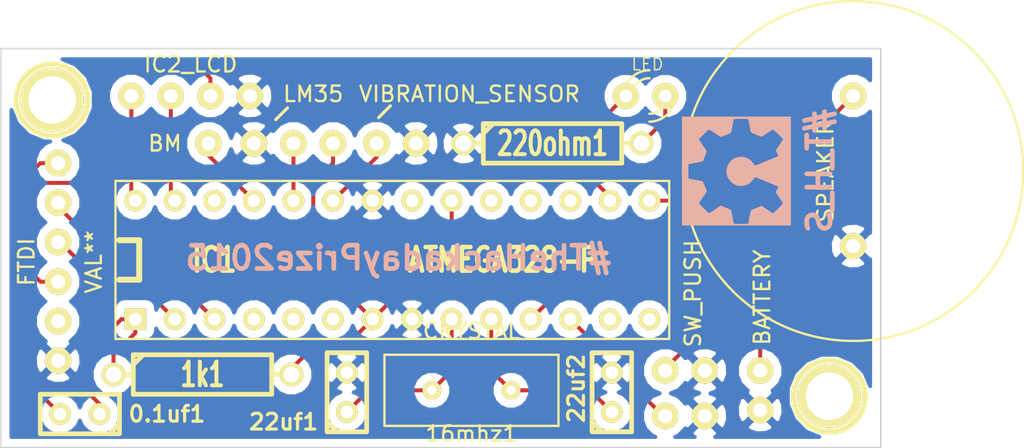
<source format=kicad_pcb>
(kicad_pcb (version 4) (host pcbnew no-vcs-found-product)

  (general
    (links 32)
    (no_connects 0)
    (area 145.443381 126.289999 211.657001 156.604)
    (thickness 1.6)
    (drawings 8)
    (tracks 93)
    (zones 0)
    (modules 20)
    (nets 19)
  )

  (page A3)
  (layers
    (0 F.Cu signal)
    (31 B.Cu signal)
    (32 B.Adhes user)
    (33 F.Adhes user)
    (34 B.Paste user)
    (35 F.Paste user)
    (36 B.SilkS user)
    (37 F.SilkS user)
    (38 B.Mask user)
    (39 F.Mask user)
    (40 Dwgs.User user)
    (41 Cmts.User user)
    (42 Eco1.User user)
    (43 Eco2.User user)
    (44 Edge.Cuts user)
  )

  (setup
    (last_trace_width 0.254)
    (trace_clearance 0.254)
    (zone_clearance 0.508)
    (zone_45_only no)
    (trace_min 0.254)
    (segment_width 0.2)
    (edge_width 0.1)
    (via_size 0.889)
    (via_drill 0.635)
    (via_min_size 0.889)
    (via_min_drill 0.508)
    (uvia_size 0.508)
    (uvia_drill 0.127)
    (uvias_allowed no)
    (uvia_min_size 0.508)
    (uvia_min_drill 0.127)
    (pcb_text_width 0.3)
    (pcb_text_size 1.5 1.5)
    (mod_edge_width 0.15)
    (mod_text_size 1 1)
    (mod_text_width 0.15)
    (pad_size 1.7 1.7)
    (pad_drill 0.9)
    (pad_to_mask_clearance 0)
    (aux_axis_origin 0 0)
    (visible_elements FFFFFFBF)
    (pcbplotparams
      (layerselection 0x010f0_80000001)
      (usegerberextensions false)
      (excludeedgelayer true)
      (linewidth 0.150000)
      (plotframeref false)
      (viasonmask false)
      (mode 1)
      (useauxorigin false)
      (hpglpennumber 1)
      (hpglpenspeed 20)
      (hpglpendiameter 15)
      (hpglpenoverlay 2)
      (psnegative false)
      (psa4output false)
      (plotreference true)
      (plotvalue true)
      (plotinvisibletext false)
      (padsonsilk true)
      (subtractmaskfromsilk false)
      (outputformat 4)
      (mirror false)
      (drillshape 0)
      (scaleselection 1)
      (outputdirectory ""))
  )

  (net 0 "")
  (net 1 GND)
  (net 2 N-000001)
  (net 3 N-0000010)
  (net 4 N-0000011)
  (net 5 N-0000014)
  (net 6 N-0000016)
  (net 7 N-0000018)
  (net 8 N-000002)
  (net 9 N-0000025)
  (net 10 N-0000026)
  (net 11 N-0000027)
  (net 12 N-0000029)
  (net 13 N-000003)
  (net 14 N-000004)
  (net 15 N-000007)
  (net 16 N-000008)
  (net 17 N-000009)
  (net 18 VCC)

  (net_class Default "This is the default net class."
    (clearance 0.254)
    (trace_width 0.254)
    (via_dia 0.889)
    (via_drill 0.635)
    (uvia_dia 0.508)
    (uvia_drill 0.127)
    (add_net GND)
    (add_net N-000001)
    (add_net N-0000010)
    (add_net N-0000011)
    (add_net N-0000014)
    (add_net N-0000016)
    (add_net N-0000018)
    (add_net N-000002)
    (add_net N-0000025)
    (add_net N-0000026)
    (add_net N-0000027)
    (add_net N-0000029)
    (add_net N-000003)
    (add_net N-000004)
    (add_net N-000007)
    (add_net N-000008)
    (add_net N-000009)
    (add_net VCC)
  )

  (module speaker_custom (layer F.Cu) (tedit 559AE470) (tstamp 553BB83C)
    (at 200.406 137.541 90)
    (path /5536B3F5)
    (fp_text reference SP1 (at 0 -3.556 90) (layer F.SilkS) hide
      (effects (font (size 1 1) (thickness 0.15)))
    )
    (fp_text value SPEAKER (at 0 -1.778 90) (layer F.SilkS)
      (effects (font (size 1 1) (thickness 0.15)))
    )
    (fp_circle (center 0 0) (end 10.922 0) (layer F.SilkS) (width 0.15))
    (pad 1 thru_hole circle (at -4.826 0 90) (size 1.7 1.7) (drill 0.9) (layers *.Cu *.Mask F.SilkS)
      (net 1 GND))
    (pad 2 thru_hole circle (at 4.826 0 90) (size 1.7 1.7) (drill 0.9) (layers *.Cu *.Mask F.SilkS)
      (net 13 N-000003))
  )

  (module R4-5 (layer F.Cu) (tedit 416E8E97) (tstamp 553E994E)
    (at 158.623 150.622)
    (path /55356999)
    (fp_text reference 1k1 (at 0 0) (layer F.SilkS)
      (effects (font (size 1.524 1.016) (thickness 0.3048)))
    )
    (fp_text value R (at 0 0) (layer F.SilkS) hide
      (effects (font (size 1.524 1.016) (thickness 0.3048)))
    )
    (fp_line (start -4.445 -1.27) (end -4.445 1.27) (layer F.SilkS) (width 0.3048))
    (fp_line (start -4.445 1.27) (end 4.445 1.27) (layer F.SilkS) (width 0.3048))
    (fp_line (start 4.445 1.27) (end 4.445 -1.27) (layer F.SilkS) (width 0.3048))
    (fp_line (start 4.445 -1.27) (end -4.445 -1.27) (layer F.SilkS) (width 0.3048))
    (fp_line (start -4.445 -0.635) (end -3.81 -1.27) (layer F.SilkS) (width 0.3048))
    (fp_line (start -4.445 0) (end -5.715 0) (layer F.SilkS) (width 0.3048))
    (fp_line (start 4.445 0) (end 5.715 0) (layer F.SilkS) (width 0.3048))
    (pad 1 thru_hole circle (at -5.715 0) (size 1.524 1.524) (drill 1.016) (layers *.Cu *.Mask F.SilkS)
      (net 12 N-0000029))
    (pad 2 thru_hole circle (at 5.715 0) (size 1.524 1.524) (drill 1.016) (layers *.Cu *.Mask F.SilkS)
      (net 18 VCC))
    (model discret/resistor.wrl
      (at (xyz 0 0 0))
      (scale (xyz 0.45 0.45 0.45))
      (rotate (xyz 0 0 0))
    )
  )

  (module R4-5 (layer F.Cu) (tedit 416E8E97) (tstamp 5538119E)
    (at 181.102 135.763)
    (path /5536B369)
    (fp_text reference 220ohm1 (at 0 0) (layer F.SilkS)
      (effects (font (size 1.524 1.016) (thickness 0.3048)))
    )
    (fp_text value R (at 0 0) (layer F.SilkS) hide
      (effects (font (size 1.524 1.016) (thickness 0.3048)))
    )
    (fp_line (start -4.445 -1.27) (end -4.445 1.27) (layer F.SilkS) (width 0.3048))
    (fp_line (start -4.445 1.27) (end 4.445 1.27) (layer F.SilkS) (width 0.3048))
    (fp_line (start 4.445 1.27) (end 4.445 -1.27) (layer F.SilkS) (width 0.3048))
    (fp_line (start 4.445 -1.27) (end -4.445 -1.27) (layer F.SilkS) (width 0.3048))
    (fp_line (start -4.445 -0.635) (end -3.81 -1.27) (layer F.SilkS) (width 0.3048))
    (fp_line (start -4.445 0) (end -5.715 0) (layer F.SilkS) (width 0.3048))
    (fp_line (start 4.445 0) (end 5.715 0) (layer F.SilkS) (width 0.3048))
    (pad 1 thru_hole circle (at -5.715 0) (size 1.524 1.524) (drill 1.016) (layers *.Cu *.Mask F.SilkS)
      (net 1 GND))
    (pad 2 thru_hole circle (at 5.715 0) (size 1.524 1.524) (drill 1.016) (layers *.Cu *.Mask F.SilkS)
      (net 8 N-000002))
    (model discret/resistor.wrl
      (at (xyz 0 0 0))
      (scale (xyz 0.45 0.45 0.45))
      (rotate (xyz 0 0 0))
    )
  )

  (module C1 (layer F.Cu) (tedit 55428683) (tstamp 553811B8)
    (at 167.894 151.765 90)
    (descr "Condensateur e = 1 pas")
    (tags C)
    (path /553566E6)
    (fp_text reference 22uf1 (at -1.905 -4.064 180) (layer F.SilkS)
      (effects (font (size 1.016 1.016) (thickness 0.2032)))
    )
    (fp_text value C (at 0 -2.286 90) (layer F.SilkS) hide
      (effects (font (size 1.016 1.016) (thickness 0.2032)))
    )
    (fp_line (start -2.4892 -1.27) (end 2.54 -1.27) (layer F.SilkS) (width 0.3048))
    (fp_line (start 2.54 -1.27) (end 2.54 1.27) (layer F.SilkS) (width 0.3048))
    (fp_line (start 2.54 1.27) (end -2.54 1.27) (layer F.SilkS) (width 0.3048))
    (fp_line (start -2.54 1.27) (end -2.54 -1.27) (layer F.SilkS) (width 0.3048))
    (fp_line (start -2.54 -0.635) (end -1.905 -1.27) (layer F.SilkS) (width 0.3048))
    (pad 1 thru_hole circle (at -1.27 0 90) (size 1.397 1.397) (drill 0.8128) (layers *.Cu *.Mask F.SilkS)
      (net 7 N-0000018))
    (pad 2 thru_hole circle (at 1.27 0 90) (size 1.397 1.397) (drill 0.8128) (layers *.Cu *.Mask F.SilkS)
      (net 1 GND))
    (model discret/capa_1_pas.wrl
      (at (xyz 0 0 0))
      (scale (xyz 1 1 1))
      (rotate (xyz 0 0 0))
    )
  )

  (module C1 (layer F.Cu) (tedit 3F92C496) (tstamp 553811C3)
    (at 184.912 151.765 90)
    (descr "Condensateur e = 1 pas")
    (tags C)
    (path /553566F3)
    (fp_text reference 22uf2 (at 0.254 -2.286 90) (layer F.SilkS)
      (effects (font (size 1.016 1.016) (thickness 0.2032)))
    )
    (fp_text value C (at 0 -2.286 90) (layer F.SilkS) hide
      (effects (font (size 1.016 1.016) (thickness 0.2032)))
    )
    (fp_line (start -2.4892 -1.27) (end 2.54 -1.27) (layer F.SilkS) (width 0.3048))
    (fp_line (start 2.54 -1.27) (end 2.54 1.27) (layer F.SilkS) (width 0.3048))
    (fp_line (start 2.54 1.27) (end -2.54 1.27) (layer F.SilkS) (width 0.3048))
    (fp_line (start -2.54 1.27) (end -2.54 -1.27) (layer F.SilkS) (width 0.3048))
    (fp_line (start -2.54 -0.635) (end -1.905 -1.27) (layer F.SilkS) (width 0.3048))
    (pad 1 thru_hole circle (at -1.27 0 90) (size 1.397 1.397) (drill 0.8128) (layers *.Cu *.Mask F.SilkS)
      (net 4 N-0000011))
    (pad 2 thru_hole circle (at 1.27 0 90) (size 1.397 1.397) (drill 0.8128) (layers *.Cu *.Mask F.SilkS)
      (net 1 GND))
    (model discret/capa_1_pas.wrl
      (at (xyz 0 0 0))
      (scale (xyz 1 1 1))
      (rotate (xyz 0 0 0))
    )
  )

  (module C1 (layer F.Cu) (tedit 5542867B) (tstamp 55413F06)
    (at 150.749 153.162 180)
    (descr "Condensateur e = 1 pas")
    (tags C)
    (path /55356987)
    (fp_text reference 0.1uf1 (at -5.588 0 180) (layer F.SilkS)
      (effects (font (size 1.016 1.016) (thickness 0.2032)))
    )
    (fp_text value C (at 0 -2.286 180) (layer F.SilkS) hide
      (effects (font (size 1.016 1.016) (thickness 0.2032)))
    )
    (fp_line (start -2.4892 -1.27) (end 2.54 -1.27) (layer F.SilkS) (width 0.3048))
    (fp_line (start 2.54 -1.27) (end 2.54 1.27) (layer F.SilkS) (width 0.3048))
    (fp_line (start 2.54 1.27) (end -2.54 1.27) (layer F.SilkS) (width 0.3048))
    (fp_line (start -2.54 1.27) (end -2.54 -1.27) (layer F.SilkS) (width 0.3048))
    (fp_line (start -2.54 -0.635) (end -1.905 -1.27) (layer F.SilkS) (width 0.3048))
    (pad 1 thru_hole circle (at -1.27 0 180) (size 1.397 1.397) (drill 0.8128) (layers *.Cu *.Mask F.SilkS)
      (net 12 N-0000029))
    (pad 2 thru_hole circle (at 1.27 0 180) (size 1.397 1.397) (drill 0.8128) (layers *.Cu *.Mask F.SilkS)
      (net 10 N-0000026))
    (model discret/capa_1_pas.wrl
      (at (xyz 0 0 0))
      (scale (xyz 1 1 1))
      (rotate (xyz 0 0 0))
    )
  )

  (module LM35 (layer F.Cu) (tedit 554287D0) (tstamp 553960EB)
    (at 164.465 135.763 180)
    (path /55380710)
    (fp_text reference U1 (at 0 -2.794 180) (layer F.SilkS) hide
      (effects (font (size 1 1) (thickness 0.15)))
    )
    (fp_text value LM35 (at -1.27 3.175 180) (layer F.SilkS)
      (effects (font (size 1 1) (thickness 0.15)))
    )
    (pad 2 thru_hole circle (at 0 0 180) (size 1.7 1.7) (drill 0.9) (layers *.Cu *.Mask F.SilkS)
      (net 3 N-0000010))
    (pad 1 thru_hole circle (at -2.54 0 180) (size 1.7 1.7) (drill 0.9) (layers *.Cu *.Mask F.SilkS)
      (net 18 VCC))
    (pad 3 thru_hole circle (at 2.54 0 180) (size 1.7 1.7) (drill 0.9) (layers *.Cu *.Mask F.SilkS)
      (net 1 GND))
  )

  (module vibration_sensor (layer F.Cu) (tedit 5542875B) (tstamp 5539617B)
    (at 171.069 135.763 180)
    (path /55380C2B)
    (fp_text reference U2 (at 0 -2.032 180) (layer F.SilkS) hide
      (effects (font (size 1 1) (thickness 0.15)))
    )
    (fp_text value VIBRATION_SENSOR (at -4.699 3.175 180) (layer F.SilkS)
      (effects (font (size 1 1) (thickness 0.15)))
    )
    (pad 1 thru_hole circle (at -1.27 0 180) (size 1.7 1.7) (drill 0.9) (layers *.Cu *.Mask F.SilkS)
      (net 1 GND))
    (pad 2 thru_hole circle (at 1.27 0 180) (size 1.7 1.7) (drill 0.9) (layers *.Cu *.Mask F.SilkS)
      (net 15 N-000007))
  )

  (module Crystal_custom (layer F.Cu) (tedit 5542868F) (tstamp 553BB84E)
    (at 175.895 151.638 180)
    (path /553566BA)
    (fp_text reference 16mhz1 (at 0 -2.794 180) (layer F.SilkS)
      (effects (font (size 1 1) (thickness 0.15)))
    )
    (fp_text value CRYSTAL (at 0 3.81 180) (layer F.SilkS)
      (effects (font (size 1 1) (thickness 0.15)))
    )
    (fp_line (start -5.588 -2.286) (end 5.588 -2.286) (layer F.SilkS) (width 0.15))
    (fp_line (start 5.588 -2.286) (end 5.588 2.286) (layer F.SilkS) (width 0.15))
    (fp_line (start 5.588 2.286) (end -5.588 2.286) (layer F.SilkS) (width 0.15))
    (fp_line (start -5.588 2.286) (end -5.588 -2.286) (layer F.SilkS) (width 0.15))
    (pad 1 thru_hole circle (at -2.54 0 180) (size 1.2 1.2) (drill 0.6) (layers *.Cu *.Mask F.SilkS)
      (net 4 N-0000011))
    (pad 2 thru_hole circle (at 2.54 0 180) (size 1.2 1.2) (drill 0.6) (layers *.Cu *.Mask F.SilkS)
      (net 7 N-0000018))
  )

  (module battery_custom (layer F.Cu) (tedit 554286ED) (tstamp 553BB854)
    (at 194.437 151.638 270)
    (path /5534E2AF)
    (fp_text reference BT1 (at 0 -2.032 270) (layer F.SilkS) hide
      (effects (font (size 1 1) (thickness 0.15)))
    )
    (fp_text value BATTERY (at -5.969 -0.127 270) (layer F.SilkS)
      (effects (font (size 1 1) (thickness 0.15)))
    )
    (pad 1 thru_hole circle (at -1.27 0 270) (size 1.7 1.7) (drill 0.9) (layers *.Cu *.Mask F.SilkS)
      (net 18 VCC))
    (pad 2 thru_hole circle (at 1.27 0 270) (size 1.7 1.7) (drill 0.9) (layers *.Cu *.Mask F.SilkS)
      (net 1 GND))
  )

  (module atmega328_socket (layer F.Cu) (tedit 553BB8BC) (tstamp 553BC084)
    (at 170.815 143.256)
    (descr "28 pins DIL package, round pads, width 300mil")
    (tags DIL)
    (path /5534E27B)
    (fp_text reference IC1 (at -11.43 0) (layer F.SilkS)
      (effects (font (size 1.524 1.143) (thickness 0.3048)))
    )
    (fp_text value ATMEGA328-P (at 7.112 0) (layer F.SilkS)
      (effects (font (size 1.524 1.143) (thickness 0.28575)))
    )
    (fp_line (start -17.78 -5.08) (end 17.78 -5.08) (layer F.SilkS) (width 0.15))
    (fp_line (start 17.78 -5.08) (end 17.78 5.08) (layer F.SilkS) (width 0.15))
    (fp_line (start 17.78 5.08) (end -17.78 5.08) (layer F.SilkS) (width 0.15))
    (fp_line (start -17.78 5.08) (end -17.78 -5.08) (layer F.SilkS) (width 0.15))
    (fp_line (start -17.526 -1.27) (end -16.256 -1.27) (layer F.SilkS) (width 0.381))
    (fp_line (start -16.256 -1.27) (end -16.256 1.27) (layer F.SilkS) (width 0.381))
    (fp_line (start -16.256 1.27) (end -17.526 1.27) (layer F.SilkS) (width 0.381))
    (pad 2 thru_hole circle (at -13.97 3.81) (size 1.397 1.397) (drill 0.8128) (layers *.Cu *.Mask F.SilkS)
      (net 11 N-0000027))
    (pad 3 thru_hole circle (at -11.43 3.81) (size 1.397 1.397) (drill 0.8128) (layers *.Cu *.Mask F.SilkS)
      (net 9 N-0000025))
    (pad 4 thru_hole circle (at -8.89 3.81) (size 1.397 1.397) (drill 0.8128) (layers *.Cu *.Mask F.SilkS))
    (pad 5 thru_hole circle (at -6.35 3.81) (size 1.397 1.397) (drill 0.8128) (layers *.Cu *.Mask F.SilkS))
    (pad 6 thru_hole circle (at -3.81 3.81) (size 1.397 1.397) (drill 0.8128) (layers *.Cu *.Mask F.SilkS))
    (pad 7 thru_hole circle (at -1.27 3.81) (size 1.397 1.397) (drill 0.8128) (layers *.Cu *.Mask F.SilkS)
      (net 18 VCC))
    (pad 8 thru_hole circle (at 1.27 3.81) (size 1.397 1.397) (drill 0.8128) (layers *.Cu *.Mask F.SilkS)
      (net 1 GND))
    (pad 9 thru_hole circle (at 3.81 3.81) (size 1.397 1.397) (drill 0.8128) (layers *.Cu *.Mask F.SilkS)
      (net 7 N-0000018))
    (pad 10 thru_hole circle (at 6.35 3.81) (size 1.397 1.397) (drill 0.8128) (layers *.Cu *.Mask F.SilkS)
      (net 4 N-0000011))
    (pad 11 thru_hole circle (at 8.89 3.81) (size 1.397 1.397) (drill 0.8128) (layers *.Cu *.Mask F.SilkS)
      (net 14 N-000004))
    (pad 12 thru_hole circle (at 11.43 3.81) (size 1.397 1.397) (drill 0.8128) (layers *.Cu *.Mask F.SilkS)
      (net 17 N-000009))
    (pad 13 thru_hole circle (at 13.97 3.81) (size 1.397 1.397) (drill 0.8128) (layers *.Cu *.Mask F.SilkS))
    (pad 14 thru_hole circle (at 16.51 3.81) (size 1.397 1.397) (drill 0.8128) (layers *.Cu *.Mask F.SilkS))
    (pad 1 thru_hole rect (at -16.51 3.81) (size 1.397 1.397) (drill 0.8128) (layers *.Cu *.Mask F.SilkS)
      (net 12 N-0000029))
    (pad 15 thru_hole circle (at 16.51 -3.81) (size 1.397 1.397) (drill 0.8128) (layers *.Cu *.Mask F.SilkS)
      (net 13 N-000003))
    (pad 16 thru_hole circle (at 13.97 -3.81) (size 1.397 1.397) (drill 0.8128) (layers *.Cu *.Mask F.SilkS)
      (net 2 N-000001))
    (pad 17 thru_hole circle (at 11.43 -3.81) (size 1.397 1.397) (drill 0.8128) (layers *.Cu *.Mask F.SilkS))
    (pad 18 thru_hole circle (at 8.89 -3.81) (size 1.397 1.397) (drill 0.8128) (layers *.Cu *.Mask F.SilkS))
    (pad 19 thru_hole circle (at 6.35 -3.81) (size 1.397 1.397) (drill 0.8128) (layers *.Cu *.Mask F.SilkS))
    (pad 20 thru_hole circle (at 3.81 -3.81) (size 1.397 1.397) (drill 0.8128) (layers *.Cu *.Mask F.SilkS)
      (net 18 VCC))
    (pad 21 thru_hole circle (at 1.27 -3.81) (size 1.397 1.397) (drill 0.8128) (layers *.Cu *.Mask F.SilkS))
    (pad 22 thru_hole circle (at -1.27 -3.81) (size 1.397 1.397) (drill 0.8128) (layers *.Cu *.Mask F.SilkS)
      (net 1 GND))
    (pad 23 thru_hole circle (at -3.81 -3.81) (size 1.397 1.397) (drill 0.8128) (layers *.Cu *.Mask F.SilkS)
      (net 15 N-000007))
    (pad 24 thru_hole circle (at -6.35 -3.81) (size 1.397 1.397) (drill 0.8128) (layers *.Cu *.Mask F.SilkS)
      (net 3 N-0000010))
    (pad 25 thru_hole circle (at -8.89 -3.81) (size 1.397 1.397) (drill 0.8128) (layers *.Cu *.Mask F.SilkS)
      (net 16 N-000008))
    (pad 26 thru_hole circle (at -11.43 -3.81) (size 1.397 1.397) (drill 0.8128) (layers *.Cu *.Mask F.SilkS))
    (pad 27 thru_hole circle (at -13.97 -3.81) (size 1.397 1.397) (drill 0.8128) (layers *.Cu *.Mask F.SilkS)
      (net 5 N-0000014))
    (pad 28 thru_hole circle (at -16.51 -3.81) (size 1.397 1.397) (drill 0.8128) (layers *.Cu *.Mask F.SilkS)
      (net 6 N-0000016))
    (model dil/dil_28-w300.wrl
      (at (xyz 0 0 0))
      (scale (xyz 1 1 1))
      (rotate (xyz 0 0 0))
    )
  )

  (module push_button_custom (layer F.Cu) (tedit 554287A7) (tstamp 553BC18A)
    (at 189.611 153.289 180)
    (path /5536B4E7)
    (fp_text reference SW1 (at 0 -2.286 180) (layer F.SilkS) hide
      (effects (font (size 1 1) (thickness 0.15)))
    )
    (fp_text value SW_PUSH (at -0.508 7.874 270) (layer F.SilkS)
      (effects (font (size 1 1) (thickness 0.15)))
    )
    (pad 1 thru_hole circle (at -1.27 0 180) (size 1.7 1.7) (drill 0.9) (layers *.Cu *.Mask F.SilkS)
      (net 1 GND))
    (pad 2 thru_hole circle (at 1.27 0 180) (size 1.7 1.7) (drill 0.9) (layers *.Cu *.Mask F.SilkS)
      (net 17 N-000009))
  )

  (module push_button_custom (layer F.Cu) (tedit 554286CE) (tstamp 553BC190)
    (at 189.611 150.368 180)
    (path /5536B4F4)
    (fp_text reference SW2 (at 0 -2.286 180) (layer F.SilkS) hide
      (effects (font (size 1 1) (thickness 0.15)))
    )
    (fp_text value SW_PUSH (at 0 2.286 180) (layer F.SilkS) hide
      (effects (font (size 1 1) (thickness 0.15)))
    )
    (pad 1 thru_hole circle (at -1.27 0 180) (size 1.7 1.7) (drill 0.9) (layers *.Cu *.Mask F.SilkS)
      (net 1 GND))
    (pad 2 thru_hole circle (at 1.27 0 180) (size 1.7 1.7) (drill 0.9) (layers *.Cu *.Mask F.SilkS)
      (net 14 N-000004))
  )

  (module battery_monitor (layer F.Cu) (tedit 554287C8) (tstamp 553D3330)
    (at 159.004 135.763)
    (path /553D326C)
    (fp_text reference U3 (at 0 -2.286) (layer F.SilkS) hide
      (effects (font (size 1 1) (thickness 0.15)))
    )
    (fp_text value BM (at -2.794 0) (layer F.SilkS)
      (effects (font (size 1 1) (thickness 0.15)))
    )
    (pad 1 thru_hole circle (at 0 0) (size 1.7 1.7) (drill 0.9) (layers *.Cu *.Mask F.SilkS)
      (net 16 N-000008))
  )

  (module LCD_I2C_Custom (layer F.Cu) (tedit 55428632) (tstamp 553D34B4)
    (at 157.861 132.715 180)
    (path /5535693B)
    (fp_text reference IC2_LCD1 (at 0 -2.032 180) (layer F.SilkS) hide
      (effects (font (size 1 1) (thickness 0.15)))
    )
    (fp_text value IC2_LCD (at 0 2.032 180) (layer F.SilkS)
      (effects (font (size 1 1) (thickness 0.15)))
    )
    (pad 2 thru_hole circle (at -1.27 0 180) (size 1.7 1.7) (drill 0.9) (layers *.Cu *.Mask F.SilkS)
      (net 18 VCC))
    (pad 3 thru_hole circle (at 1.27 0 180) (size 1.7 1.7) (drill 0.9) (layers *.Cu *.Mask F.SilkS)
      (net 5 N-0000014))
    (pad 1 thru_hole circle (at -3.81 0 180) (size 1.7 1.7) (drill 0.9) (layers *.Cu *.Mask F.SilkS)
      (net 1 GND))
    (pad 4 thru_hole circle (at 3.81 0 180) (size 1.7 1.7) (drill 0.9) (layers *.Cu *.Mask F.SilkS)
      (net 6 N-0000016))
  )

  (module LED_custom (layer F.Cu) (tedit 55428751) (tstamp 55413B67)
    (at 187.071 132.715)
    (descr "LED 5mm - Lead pitch 100mil (2,54mm)")
    (tags "LED led 5mm 5MM 100mil 2,54mm")
    (path /5534E29E)
    (fp_text reference D1 (at 0 -3.81) (layer F.SilkS) hide
      (effects (font (size 0.762 0.762) (thickness 0.0889)))
    )
    (fp_text value LED (at 0.127 -2.032) (layer F.SilkS)
      (effects (font (size 0.762 0.762) (thickness 0.0889)))
    )
    (fp_arc (start 0.254 0) (end -0.889 0) (angle 90) (layer F.SilkS) (width 0.1524))
    (fp_arc (start 0.254 0) (end 1.397 0) (angle 90) (layer F.SilkS) (width 0.1524))
    (fp_arc (start 0.254 0) (end -1.397 0) (angle 90) (layer F.SilkS) (width 0.1524))
    (fp_arc (start 0.254 0) (end 1.905 0) (angle 90) (layer F.SilkS) (width 0.1524))
    (pad 1 thru_hole circle (at -1.27 0) (size 1.6764 1.6764) (drill 0.8128) (layers *.Cu *.Mask F.SilkS)
      (net 2 N-000001))
    (pad 2 thru_hole circle (at 1.27 0) (size 1.6764 1.6764) (drill 0.8128) (layers *.Cu *.Mask F.SilkS)
      (net 8 N-000002))
    (model discret/leds/led5_vertical_verde.wrl
      (at (xyz 0 0 0))
      (scale (xyz 1 1 1))
      (rotate (xyz 0 0 0))
    )
  )

  (module 1pin (layer F.Cu) (tedit 55428638) (tstamp 55419C4B)
    (at 148.971 132.969)
    (descr "module 1 pin (ou trou mecanique de percage)")
    (tags DEV)
    (path 1pin)
    (fp_text reference 1PIN (at 0 -3.048) (layer F.SilkS) hide
      (effects (font (size 1.016 1.016) (thickness 0.254)))
    )
    (fp_text value P*** (at 0 2.794) (layer F.SilkS) hide
      (effects (font (size 1.016 1.016) (thickness 0.254)))
    )
    (fp_circle (center 0 0) (end 0 -2.286) (layer F.SilkS) (width 0.381))
    (pad 1 thru_hole circle (at 0 0) (size 4.064 4.064) (drill 3.048) (layers *.Cu *.Mask F.SilkS))
  )

  (module 1pin (layer F.Cu) (tedit 554286DF) (tstamp 55419C56)
    (at 198.882 152.019)
    (descr "module 1 pin (ou trou mecanique de percage)")
    (tags DEV)
    (path 1pin)
    (fp_text reference 1PIN (at 0 -3.048) (layer F.SilkS) hide
      (effects (font (size 1.016 1.016) (thickness 0.254)))
    )
    (fp_text value P*** (at 0 2.794) (layer F.SilkS) hide
      (effects (font (size 1.016 1.016) (thickness 0.254)))
    )
    (fp_circle (center 0 0) (end 0 -2.286) (layer F.SilkS) (width 0.381))
    (pad 1 thru_hole circle (at 0 0) (size 4.064 4.064) (drill 3.048) (layers *.Cu *.Mask F.SilkS))
  )

  (module OSH_final_silks_back (layer F.Cu) (tedit 0) (tstamp 5544210D)
    (at 192.913 137.541 90)
    (fp_text reference VAL (at 0 0 90) (layer F.SilkS) hide
      (effects (font (size 1.143 1.143) (thickness 0.1778)))
    )
    (fp_text value OSH_final_silks_back (at 0 0 90) (layer F.SilkS) hide
      (effects (font (size 1.143 1.143) (thickness 0.1778)))
    )
    (fp_poly (pts (xy -3.50012 3.50012) (xy -3.3909 3.50012) (xy -3.3909 0.4318) (xy -3.3909 0.29464)
      (xy -3.3909 0.14986) (xy -3.3909 0.0381) (xy -3.38836 -0.04572) (xy -3.38582 -0.10414)
      (xy -3.38074 -0.14224) (xy -3.37566 -0.1651) (xy -3.36804 -0.17272) (xy -3.34264 -0.1778)
      (xy -3.2893 -0.1905) (xy -3.21056 -0.20574) (xy -3.1115 -0.22606) (xy -2.99974 -0.24638)
      (xy -2.92608 -0.25908) (xy -2.80924 -0.28194) (xy -2.70256 -0.30226) (xy -2.61366 -0.32004)
      (xy -2.54762 -0.33528) (xy -2.50952 -0.3429) (xy -2.49936 -0.34798) (xy -2.4892 -0.3683)
      (xy -2.46634 -0.41656) (xy -2.43586 -0.48514) (xy -2.4003 -0.56642) (xy -2.3622 -0.65532)
      (xy -2.3241 -0.74676) (xy -2.28854 -0.83312) (xy -2.25806 -0.90678) (xy -2.23774 -0.96266)
      (xy -2.22504 -0.99568) (xy -2.22504 -0.99822) (xy -2.2352 -1.02362) (xy -2.2606 -1.07188)
      (xy -2.30124 -1.13284) (xy -2.33934 -1.19126) (xy -2.4511 -1.34874) (xy -2.54 -1.48082)
      (xy -2.60858 -1.58496) (xy -2.65938 -1.6637) (xy -2.6924 -1.71958) (xy -2.70764 -1.7526)
      (xy -2.71018 -1.75768) (xy -2.69748 -1.778) (xy -2.66446 -1.81864) (xy -2.61366 -1.87452)
      (xy -2.54762 -1.9431) (xy -2.4765 -2.0193) (xy -2.39776 -2.09804) (xy -2.31902 -2.17678)
      (xy -2.24536 -2.25044) (xy -2.17932 -2.31394) (xy -2.12598 -2.36474) (xy -2.08788 -2.39522)
      (xy -2.07264 -2.40538) (xy -2.05232 -2.39522) (xy -2.0066 -2.36728) (xy -1.94056 -2.32664)
      (xy -1.85928 -2.27076) (xy -1.76276 -2.20726) (xy -1.68656 -2.15392) (xy -1.58242 -2.08534)
      (xy -1.49098 -2.02184) (xy -1.41224 -1.97104) (xy -1.35128 -1.93294) (xy -1.31064 -1.91008)
      (xy -1.29794 -1.90246) (xy -1.27254 -1.91008) (xy -1.2192 -1.92786) (xy -1.14808 -1.9558)
      (xy -1.06426 -1.99136) (xy -0.97282 -2.02692) (xy -0.88392 -2.06756) (xy -0.80264 -2.10312)
      (xy -0.73406 -2.13614) (xy -0.6858 -2.159) (xy -0.66294 -2.17424) (xy -0.66294 -2.17424)
      (xy -0.65532 -2.19964) (xy -0.64262 -2.25298) (xy -0.62738 -2.33172) (xy -0.60706 -2.43078)
      (xy -0.58674 -2.54254) (xy -0.57404 -2.6035) (xy -0.55372 -2.72034) (xy -0.53086 -2.82956)
      (xy -0.51308 -2.921) (xy -0.49784 -2.99212) (xy -0.48768 -3.03784) (xy -0.48514 -3.048)
      (xy -0.47752 -3.0607) (xy -0.4699 -3.06832) (xy -0.45212 -3.07594) (xy -0.42418 -3.08102)
      (xy -0.381 -3.08356) (xy -0.3175 -3.0861) (xy -0.2286 -3.0861) (xy -0.11176 -3.08864)
      (xy -0.02032 -3.08864) (xy 0.10922 -3.0861) (xy 0.22352 -3.0861) (xy 0.3175 -3.08102)
      (xy 0.38862 -3.07848) (xy 0.42926 -3.0734) (xy 0.43942 -3.07086) (xy 0.4445 -3.05054)
      (xy 0.4572 -2.9972) (xy 0.47244 -2.921) (xy 0.49276 -2.82194) (xy 0.51308 -2.71018)
      (xy 0.53086 -2.6162) (xy 0.55372 -2.49682) (xy 0.57658 -2.38506) (xy 0.5969 -2.29108)
      (xy 0.61468 -2.21996) (xy 0.62738 -2.17424) (xy 0.635 -2.16154) (xy 0.6604 -2.14376)
      (xy 0.7112 -2.1209) (xy 0.78232 -2.09042) (xy 0.86614 -2.05486) (xy 0.95758 -2.0193)
      (xy 1.04648 -1.98374) (xy 1.1303 -1.95072) (xy 1.20142 -1.92786) (xy 1.25222 -1.91262)
      (xy 1.27508 -1.90754) (xy 1.2954 -1.92024) (xy 1.34366 -1.95072) (xy 1.4097 -1.9939)
      (xy 1.49352 -2.04978) (xy 1.59004 -2.11328) (xy 1.65608 -2.16154) (xy 1.75768 -2.23012)
      (xy 1.84658 -2.29108) (xy 1.92532 -2.34188) (xy 1.98628 -2.37998) (xy 2.02184 -2.4003)
      (xy 2.032 -2.40538) (xy 2.05232 -2.39268) (xy 2.09296 -2.35966) (xy 2.14884 -2.30632)
      (xy 2.21996 -2.23774) (xy 2.30378 -2.15646) (xy 2.36728 -2.09296) (xy 2.47142 -1.98882)
      (xy 2.5527 -1.905) (xy 2.61112 -1.8415) (xy 2.64668 -1.79578) (xy 2.667 -1.7653)
      (xy 2.66954 -1.74752) (xy 2.65684 -1.72466) (xy 2.6289 -1.6764) (xy 2.58318 -1.60528)
      (xy 2.5273 -1.52146) (xy 2.4638 -1.42748) (xy 2.4257 -1.3716) (xy 2.35966 -1.27254)
      (xy 2.2987 -1.1811) (xy 2.2479 -1.10236) (xy 2.21234 -1.04394) (xy 2.19202 -1.00584)
      (xy 2.18948 -0.99568) (xy 2.1971 -0.97028) (xy 2.21488 -0.91948) (xy 2.24282 -0.84836)
      (xy 2.27838 -0.76454) (xy 2.31394 -0.6731) (xy 2.35204 -0.58166) (xy 2.39014 -0.50038)
      (xy 2.42062 -0.42926) (xy 2.44602 -0.37846) (xy 2.45872 -0.35306) (xy 2.45872 -0.35306)
      (xy 2.48158 -0.34544) (xy 2.53238 -0.33274) (xy 2.60858 -0.31496) (xy 2.7051 -0.29464)
      (xy 2.81686 -0.27432) (xy 2.89052 -0.25908) (xy 3.0099 -0.23622) (xy 3.11658 -0.2159)
      (xy 3.20802 -0.19812) (xy 3.27914 -0.18542) (xy 3.32232 -0.17526) (xy 3.33248 -0.17272)
      (xy 3.3401 -0.1524) (xy 3.34772 -0.1016) (xy 3.35026 -0.02794) (xy 3.35534 0.0635)
      (xy 3.35788 0.17018) (xy 3.35788 0.2794) (xy 3.35788 0.39116) (xy 3.35788 0.49784)
      (xy 3.3528 0.59182) (xy 3.34772 0.67056) (xy 3.34264 0.7239) (xy 3.33502 0.7493)
      (xy 3.33502 0.7493) (xy 3.30962 0.75692) (xy 3.25628 0.76962) (xy 3.18008 0.7874)
      (xy 3.08102 0.80772) (xy 2.96926 0.82804) (xy 2.9083 0.84074) (xy 2.794 0.86106)
      (xy 2.68732 0.88392) (xy 2.59842 0.90424) (xy 2.53238 0.91948) (xy 2.49174 0.93218)
      (xy 2.48412 0.93726) (xy 2.47142 0.96012) (xy 2.44856 1.01092) (xy 2.41808 1.08204)
      (xy 2.37998 1.16586) (xy 2.34442 1.25984) (xy 2.30632 1.35382) (xy 2.27076 1.44272)
      (xy 2.24028 1.51892) (xy 2.21996 1.57988) (xy 2.2098 1.61544) (xy 2.20726 1.62052)
      (xy 2.21742 1.64084) (xy 2.24536 1.68656) (xy 2.28854 1.7526) (xy 2.34188 1.83388)
      (xy 2.40538 1.92786) (xy 2.44094 1.97866) (xy 2.50952 2.07772) (xy 2.56794 2.16662)
      (xy 2.6162 2.24536) (xy 2.65176 2.30378) (xy 2.67208 2.33934) (xy 2.67462 2.3495)
      (xy 2.66192 2.36728) (xy 2.6289 2.40792) (xy 2.5781 2.4638) (xy 2.5146 2.53238)
      (xy 2.44094 2.60858) (xy 2.36474 2.68732) (xy 2.286 2.76606) (xy 2.21234 2.83972)
      (xy 2.1463 2.90322) (xy 2.09296 2.95402) (xy 2.0574 2.98704) (xy 2.03962 2.9972)
      (xy 2.02184 2.98704) (xy 1.97866 2.96164) (xy 1.91516 2.91846) (xy 1.83388 2.86512)
      (xy 1.74244 2.80162) (xy 1.68656 2.76352) (xy 1.5875 2.69748) (xy 1.4986 2.63906)
      (xy 1.4224 2.58826) (xy 1.36398 2.5527) (xy 1.32842 2.53238) (xy 1.3208 2.52984)
      (xy 1.2954 2.53746) (xy 1.24714 2.56032) (xy 1.18364 2.5908) (xy 1.14046 2.61366)
      (xy 1.06426 2.65176) (xy 1.01346 2.67462) (xy 0.97536 2.67462) (xy 0.94742 2.65176)
      (xy 0.92202 2.6035) (xy 0.889 2.52222) (xy 0.88392 2.51206) (xy 0.8636 2.4638)
      (xy 0.83312 2.38506) (xy 0.79248 2.286) (xy 0.74422 2.16662) (xy 0.68834 2.03708)
      (xy 0.63246 1.89738) (xy 0.59436 1.80848) (xy 0.53848 1.67386) (xy 0.48768 1.54686)
      (xy 0.4445 1.43764) (xy 0.4064 1.34366) (xy 0.37846 1.27254) (xy 0.36322 1.22682)
      (xy 0.35814 1.21412) (xy 0.37338 1.19126) (xy 0.40894 1.1557) (xy 0.46228 1.11252)
      (xy 0.48514 1.09474) (xy 0.635 0.97028) (xy 0.7493 0.8382) (xy 0.83312 0.6985)
      (xy 0.88646 0.5461) (xy 0.91186 0.37592) (xy 0.9144 0.28448) (xy 0.89916 0.1016)
      (xy 0.8509 -0.06604) (xy 0.76708 -0.22098) (xy 0.65278 -0.36068) (xy 0.6096 -0.40132)
      (xy 0.46482 -0.508) (xy 0.30734 -0.5842) (xy 0.14224 -0.62992) (xy -0.0254 -0.64262)
      (xy -0.19558 -0.62738) (xy -0.35814 -0.57912) (xy -0.51308 -0.50292) (xy -0.65278 -0.3937)
      (xy -0.70104 -0.34798) (xy -0.81534 -0.2032) (xy -0.89408 -0.0508) (xy -0.94234 0.1143)
      (xy -0.95758 0.29464) (xy -0.95758 0.29718) (xy -0.9398 0.47752) (xy -0.89154 0.6477)
      (xy -0.81026 0.80264) (xy -0.69342 0.94488) (xy -0.5461 1.07696) (xy -0.50546 1.10744)
      (xy -0.45212 1.14808) (xy -0.41402 1.18364) (xy -0.39624 1.20904) (xy -0.3937 1.21158)
      (xy -0.40132 1.23698) (xy -0.4191 1.28778) (xy -0.44704 1.35636) (xy -0.48006 1.43764)
      (xy -0.4826 1.4478) (xy -0.51308 1.52146) (xy -0.55626 1.62052) (xy -0.60452 1.7399)
      (xy -0.6604 1.87198) (xy -0.71882 2.01168) (xy -0.7747 2.15138) (xy -0.77978 2.16154)
      (xy -0.83312 2.28854) (xy -0.88138 2.40284) (xy -0.92456 2.50444) (xy -0.96012 2.58572)
      (xy -0.98552 2.64414) (xy -1.00076 2.67716) (xy -1.0033 2.6797) (xy -1.02616 2.6797)
      (xy -1.07188 2.66192) (xy -1.13792 2.63398) (xy -1.17856 2.61366) (xy -1.24968 2.5781)
      (xy -1.3081 2.55016) (xy -1.34874 2.53238) (xy -1.36144 2.52984) (xy -1.38176 2.54)
      (xy -1.42748 2.56794) (xy -1.49352 2.60858) (xy -1.5748 2.66192) (xy -1.66624 2.72542)
      (xy -1.69418 2.7432) (xy -1.78816 2.80924) (xy -1.87706 2.86766) (xy -1.95072 2.91846)
      (xy -2.0066 2.95402) (xy -2.03962 2.97688) (xy -2.0447 2.97942) (xy -2.05994 2.9845)
      (xy -2.07518 2.98196) (xy -2.0955 2.9718) (xy -2.12598 2.95148) (xy -2.16662 2.91338)
      (xy -2.22504 2.86004) (xy -2.2987 2.78638) (xy -2.39776 2.68986) (xy -2.39776 2.68986)
      (xy -2.4892 2.59588) (xy -2.57048 2.51206) (xy -2.63398 2.44348) (xy -2.68224 2.3876)
      (xy -2.7051 2.35458) (xy -2.71018 2.34696) (xy -2.70002 2.32156) (xy -2.67208 2.2733)
      (xy -2.63144 2.20472) (xy -2.57556 2.1209) (xy -2.51206 2.02692) (xy -2.4765 1.97358)
      (xy -2.41046 1.87706) (xy -2.35204 1.78816) (xy -2.30124 1.7145) (xy -2.26568 1.65862)
      (xy -2.24536 1.6256) (xy -2.24282 1.62052) (xy -2.25044 1.59766) (xy -2.26822 1.54686)
      (xy -2.29616 1.47828) (xy -2.32664 1.39446) (xy -2.36474 1.30302) (xy -2.40284 1.21158)
      (xy -2.4384 1.12268) (xy -2.47142 1.04394) (xy -2.49682 0.98552) (xy -2.5146 0.94996)
      (xy -2.51714 0.94488) (xy -2.53238 0.93218) (xy -2.5654 0.92202) (xy -2.6162 0.90678)
      (xy -2.68986 0.889) (xy -2.78638 0.86868) (xy -2.91338 0.84582) (xy -3.07086 0.81534)
      (xy -3.16738 0.79756) (xy -3.24358 0.78486) (xy -3.30708 0.77216) (xy -3.35026 0.762)
      (xy -3.36042 0.75946) (xy -3.37058 0.75438) (xy -3.3782 0.74422) (xy -3.38328 0.71882)
      (xy -3.38582 0.68072) (xy -3.38836 0.6223) (xy -3.3909 0.54102) (xy -3.3909 0.4318)
      (xy -3.3909 3.50012) (xy 0 3.50012) (xy 3.50012 3.50012) (xy 3.50012 0)
      (xy 3.50012 -3.50012) (xy 0 -3.50012) (xy -3.50012 -3.50012) (xy -3.50012 0)
      (xy -3.50012 3.50012) (xy -3.50012 3.50012)) (layer B.SilkS) (width 0.00254))
  )

  (module my_stuff:FTDI (layer F.Cu) (tedit 559D2B63) (tstamp 559D2C96)
    (at 149.352 143.383 90)
    (fp_text reference FTDI (at 0 -2.032 90) (layer F.SilkS)
      (effects (font (size 1 1) (thickness 0.15)))
    )
    (fp_text value VAL** (at 0 2.286 90) (layer F.SilkS)
      (effects (font (size 1 1) (thickness 0.15)))
    )
    (pad 3 thru_hole circle (at -1.27 0 90) (size 1.7 1.7) (drill 0.9) (layers *.Cu *.Mask F.SilkS))
    (pad 4 thru_hole circle (at 1.27 0 90) (size 1.7 1.7) (drill 0.9) (layers *.Cu *.Mask F.SilkS))
    (pad 2 thru_hole circle (at -3.81 0 90) (size 1.7 1.7) (drill 0.9) (layers *.Cu *.Mask F.SilkS))
    (pad 1 thru_hole circle (at -6.35 0 90) (size 1.7 1.7) (drill 0.9) (layers *.Cu *.Mask F.SilkS))
    (pad 5 thru_hole circle (at 3.81 0 90) (size 1.7 1.7) (drill 0.9) (layers *.Cu *.Mask F.SilkS))
    (pad 6 thru_hole circle (at 6.35 0 90) (size 1.7 1.7) (drill 0.9) (layers *.Cu *.Mask F.SilkS))
  )

  (gr_text "#TheHackadayPrize2015" (at 171.196 143.129) (layer B.SilkS)
    (effects (font (size 1.5 1.5) (thickness 0.3)) (justify mirror))
  )
  (gr_text "#T_H_S" (at 198.247 137.541 90) (layer B.SilkS)
    (effects (font (size 1.5 1.5) (thickness 0.3)) (justify mirror))
  )
  (gr_line (start 169.926 134.112) (end 170.688 133.35) (angle 90) (layer F.SilkS) (width 0.2))
  (gr_line (start 163.322 134.239) (end 164.084 133.477) (angle 90) (layer F.SilkS) (width 0.2))
  (gr_line (start 145.669 155.321) (end 145.669 129.667) (angle 90) (layer Edge.Cuts) (width 0.1))
  (gr_line (start 202.184 155.321) (end 145.669 155.321) (angle 90) (layer Edge.Cuts) (width 0.1))
  (gr_line (start 202.184 129.667) (end 202.184 155.321) (angle 90) (layer Edge.Cuts) (width 0.1))
  (gr_line (start 145.669 129.667) (end 202.184 129.667) (angle 90) (layer Edge.Cuts) (width 0.1))

  (segment (start 184.785 139.446) (end 184.785 139.192) (width 0.254) (layer F.Cu) (net 2))
  (segment (start 183.769 134.747) (end 185.801 132.715) (width 0.254) (layer F.Cu) (net 2) (tstamp 5542813F))
  (segment (start 183.769 138.176) (end 183.769 134.747) (width 0.254) (layer F.Cu) (net 2) (tstamp 55428131))
  (segment (start 184.785 139.192) (end 183.769 138.176) (width 0.254) (layer F.Cu) (net 2) (tstamp 5542812C))
  (segment (start 164.465 135.763) (end 164.465 139.446) (width 0.254) (layer F.Cu) (net 3))
  (segment (start 178.435 151.638) (end 183.515 151.638) (width 0.254) (layer F.Cu) (net 4))
  (segment (start 183.515 151.638) (end 184.912 153.035) (width 0.254) (layer F.Cu) (net 4) (tstamp 553E98A2))
  (segment (start 177.165 147.066) (end 177.165 150.368) (width 0.254) (layer F.Cu) (net 4))
  (segment (start 177.165 150.368) (end 178.435 151.638) (width 0.254) (layer F.Cu) (net 4) (tstamp 553E9896))
  (segment (start 156.591 132.715) (end 156.591 139.192) (width 0.254) (layer F.Cu) (net 5))
  (segment (start 156.591 139.192) (end 156.845 139.446) (width 0.254) (layer F.Cu) (net 5) (tstamp 554138BF))
  (segment (start 154.051 132.715) (end 154.051 139.192) (width 0.254) (layer F.Cu) (net 6))
  (segment (start 154.051 139.192) (end 154.305 139.446) (width 0.254) (layer F.Cu) (net 6) (tstamp 554138BB))
  (segment (start 173.355 151.638) (end 169.291 151.638) (width 0.254) (layer F.Cu) (net 7))
  (segment (start 169.291 151.638) (end 167.894 153.035) (width 0.254) (layer F.Cu) (net 7) (tstamp 553E989C))
  (segment (start 174.625 147.066) (end 174.625 150.368) (width 0.254) (layer F.Cu) (net 7))
  (segment (start 174.625 150.368) (end 173.355 151.638) (width 0.254) (layer F.Cu) (net 7) (tstamp 553E9892))
  (segment (start 188.341 132.715) (end 188.341 134.239) (width 0.254) (layer F.Cu) (net 8))
  (segment (start 188.341 134.239) (end 186.817 135.763) (width 0.254) (layer F.Cu) (net 8) (tstamp 55428143))
  (segment (start 149.352 139.573) (end 149.352 139.827) (width 0.254) (layer F.Cu) (net 9))
  (segment (start 156.718 144.399) (end 159.385 147.066) (width 0.254) (layer F.Cu) (net 9) (tstamp 55449F81))
  (segment (start 153.924 144.399) (end 156.718 144.399) (width 0.254) (layer F.Cu) (net 9) (tstamp 55449F7C))
  (segment (start 149.352 139.827) (end 153.924 144.399) (width 0.254) (layer F.Cu) (net 9) (tstamp 55449F7B))
  (via (at 159.385 147.066) (size 0.889) (layers F.Cu B.Cu) (net 9))
  (segment (start 149.352 137.033) (end 148.209 137.033) (width 0.254) (layer F.Cu) (net 10))
  (segment (start 148.209 137.033) (end 147.066 138.176) (width 0.254) (layer F.Cu) (net 10) (tstamp 5541389C))
  (segment (start 147.066 138.176) (end 147.066 150.749) (width 0.254) (layer F.Cu) (net 10) (tstamp 554138A5))
  (segment (start 147.066 150.749) (end 149.479 153.162) (width 0.254) (layer F.Cu) (net 10) (tstamp 554138AA))
  (segment (start 149.352 142.113) (end 149.479 142.113) (width 0.254) (layer F.Cu) (net 11))
  (segment (start 154.94 145.161) (end 156.845 147.066) (width 0.254) (layer F.Cu) (net 11) (tstamp 55449F77))
  (segment (start 152.527 145.161) (end 154.94 145.161) (width 0.254) (layer F.Cu) (net 11) (tstamp 55449F74))
  (segment (start 149.479 142.113) (end 152.527 145.161) (width 0.254) (layer F.Cu) (net 11) (tstamp 55449F72))
  (segment (start 152.019 153.162) (end 152.019 152.527) (width 0.254) (layer F.Cu) (net 12))
  (segment (start 152.019 152.527) (end 151.003 151.511) (width 0.254) (layer F.Cu) (net 12) (tstamp 55413872))
  (segment (start 151.003 151.511) (end 151.003 149.479) (width 0.254) (layer F.Cu) (net 12) (tstamp 55413876))
  (segment (start 151.003 149.479) (end 153.416 147.066) (width 0.254) (layer F.Cu) (net 12) (tstamp 55413879))
  (segment (start 153.416 147.066) (end 154.305 147.066) (width 0.254) (layer F.Cu) (net 12) (tstamp 5541387E))
  (segment (start 152.908 150.622) (end 152.908 149.352) (width 0.254) (layer F.Cu) (net 12))
  (segment (start 154.305 147.955) (end 154.305 147.066) (width 0.254) (layer F.Cu) (net 12) (tstamp 553E99D1))
  (segment (start 152.908 149.352) (end 154.305 147.955) (width 0.254) (layer F.Cu) (net 12) (tstamp 553E99CD))
  (segment (start 187.325 139.446) (end 193.675 139.446) (width 0.254) (layer F.Cu) (net 13))
  (segment (start 193.675 139.446) (end 200.406 132.715) (width 0.254) (layer F.Cu) (net 13) (tstamp 55428150))
  (segment (start 188.341 150.368) (end 188.341 150.241) (width 0.254) (layer F.Cu) (net 14))
  (segment (start 181.864 144.907) (end 179.705 147.066) (width 0.254) (layer F.Cu) (net 14) (tstamp 55428BD8))
  (segment (start 187.833 144.907) (end 181.864 144.907) (width 0.254) (layer F.Cu) (net 14) (tstamp 55428BD4))
  (segment (start 189.484 146.558) (end 187.833 144.907) (width 0.254) (layer F.Cu) (net 14) (tstamp 55428BD2))
  (segment (start 189.484 149.098) (end 189.484 146.558) (width 0.254) (layer F.Cu) (net 14) (tstamp 55428BCF))
  (segment (start 188.341 150.241) (end 189.484 149.098) (width 0.254) (layer F.Cu) (net 14) (tstamp 55428BCB))
  (segment (start 169.799 135.763) (end 169.799 136.652) (width 0.254) (layer F.Cu) (net 15))
  (segment (start 169.799 136.652) (end 167.005 139.446) (width 0.254) (layer F.Cu) (net 15) (tstamp 5541364A))
  (segment (start 159.004 135.763) (end 159.004 136.525) (width 0.254) (layer F.Cu) (net 16))
  (segment (start 159.004 136.525) (end 161.925 139.446) (width 0.254) (layer F.Cu) (net 16) (tstamp 55413661))
  (segment (start 188.341 153.289) (end 188.214 153.289) (width 0.254) (layer F.Cu) (net 17))
  (segment (start 184.023 148.844) (end 182.245 147.066) (width 0.254) (layer F.Cu) (net 17) (tstamp 55428BF2))
  (segment (start 185.801 148.844) (end 184.023 148.844) (width 0.254) (layer F.Cu) (net 17) (tstamp 55428BF0))
  (segment (start 186.563 149.606) (end 185.801 148.844) (width 0.254) (layer F.Cu) (net 17) (tstamp 55428BEF))
  (segment (start 186.563 151.638) (end 186.563 149.606) (width 0.254) (layer F.Cu) (net 17) (tstamp 55428BEA))
  (segment (start 188.214 153.289) (end 186.563 151.638) (width 0.254) (layer F.Cu) (net 17) (tstamp 55428BE7))
  (segment (start 159.131 132.715) (end 159.131 131.572) (width 0.254) (layer F.Cu) (net 18))
  (segment (start 164.719 142.24) (end 165.735 143.256) (width 0.254) (layer F.Cu) (net 18) (tstamp 55449FCA))
  (segment (start 154.559 142.24) (end 164.719 142.24) (width 0.254) (layer F.Cu) (net 18) (tstamp 55449FBD))
  (segment (start 152.146 139.827) (end 154.559 142.24) (width 0.254) (layer F.Cu) (net 18) (tstamp 55449FB9))
  (segment (start 152.146 131.318) (end 152.146 139.827) (width 0.254) (layer F.Cu) (net 18) (tstamp 55449FB3))
  (segment (start 152.654 130.81) (end 152.146 131.318) (width 0.254) (layer F.Cu) (net 18) (tstamp 55449FB1))
  (segment (start 158.369 130.81) (end 152.654 130.81) (width 0.254) (layer F.Cu) (net 18) (tstamp 55449FAF))
  (segment (start 159.131 131.572) (end 158.369 130.81) (width 0.254) (layer F.Cu) (net 18) (tstamp 55449FAE))
  (segment (start 149.352 144.653) (end 148.209 144.653) (width 0.254) (layer F.Cu) (net 18))
  (segment (start 165.354 143.637) (end 165.735 143.256) (width 0.254) (layer F.Cu) (net 18) (tstamp 55449FA4))
  (segment (start 154.178 143.637) (end 165.354 143.637) (width 0.254) (layer F.Cu) (net 18) (tstamp 55449F9F))
  (segment (start 151.257 140.716) (end 154.178 143.637) (width 0.254) (layer F.Cu) (net 18) (tstamp 55449F9A))
  (segment (start 151.257 139.319) (end 151.257 140.716) (width 0.254) (layer F.Cu) (net 18) (tstamp 55449F97))
  (segment (start 150.241 138.303) (end 151.257 139.319) (width 0.254) (layer F.Cu) (net 18) (tstamp 55449F96))
  (segment (start 148.336 138.303) (end 150.241 138.303) (width 0.254) (layer F.Cu) (net 18) (tstamp 55449F91))
  (segment (start 147.701 138.938) (end 148.336 138.303) (width 0.254) (layer F.Cu) (net 18) (tstamp 55449F8E))
  (segment (start 147.701 144.145) (end 147.701 138.938) (width 0.254) (layer F.Cu) (net 18) (tstamp 55449F8A))
  (segment (start 148.209 144.653) (end 147.701 144.145) (width 0.254) (layer F.Cu) (net 18) (tstamp 55449F88))
  (segment (start 194.437 150.368) (end 194.437 148.717) (width 0.254) (layer F.Cu) (net 18))
  (segment (start 189.357 143.637) (end 172.974 143.637) (width 0.254) (layer F.Cu) (net 18) (tstamp 55428B3C))
  (segment (start 194.437 148.717) (end 189.357 143.637) (width 0.254) (layer F.Cu) (net 18) (tstamp 55428B34))
  (segment (start 174.625 139.446) (end 174.625 141.986) (width 0.254) (layer F.Cu) (net 18))
  (segment (start 174.625 141.986) (end 172.974 143.637) (width 0.254) (layer F.Cu) (net 18) (tstamp 55427FA4))
  (segment (start 172.974 143.637) (end 172.847 143.764) (width 0.254) (layer F.Cu) (net 18) (tstamp 55428B43))
  (segment (start 169.545 147.066) (end 172.847 143.764) (width 0.254) (layer F.Cu) (net 18))
  (segment (start 167.005 135.763) (end 167.005 137.033) (width 0.254) (layer F.Cu) (net 18))
  (segment (start 165.735 143.256) (end 165.862 143.383) (width 0.254) (layer F.Cu) (net 18) (tstamp 554135FC))
  (segment (start 165.862 143.383) (end 169.545 147.066) (width 0.254) (layer F.Cu) (net 18) (tstamp 55449F5D))
  (segment (start 165.735 138.303) (end 165.735 143.256) (width 0.254) (layer F.Cu) (net 18) (tstamp 554135F1))
  (segment (start 167.005 137.033) (end 166.497 137.541) (width 0.254) (layer F.Cu) (net 18) (tstamp 554135ED))
  (segment (start 166.497 137.541) (end 165.735 138.303) (width 0.254) (layer F.Cu) (net 18) (tstamp 554136DD))
  (segment (start 164.338 150.622) (end 164.338 150.241) (width 0.254) (layer F.Cu) (net 18))
  (segment (start 167.894 148.717) (end 169.545 147.066) (width 0.254) (layer F.Cu) (net 18) (tstamp 55413592))
  (segment (start 165.862 148.717) (end 167.894 148.717) (width 0.254) (layer F.Cu) (net 18) (tstamp 5541358B))
  (segment (start 164.338 150.241) (end 165.862 148.717) (width 0.254) (layer F.Cu) (net 18) (tstamp 5541358A))

  (zone (net 1) (net_name GND) (layer B.Cu) (tstamp 554283AD) (hatch edge 0.508)
    (connect_pads (clearance 0.508))
    (min_thickness 0.254)
    (fill yes (arc_segments 16) (thermal_gap 0.508) (thermal_bridge_width 0.508))
    (polygon
      (pts
        (xy 201.93 155.194) (xy 145.796 155.194) (xy 145.796 129.794) (xy 201.93 129.794)
      )
    )
    (filled_polygon
      (pts
        (xy 201.499 131.707967) (xy 201.248283 131.456812) (xy 200.702681 131.230258) (xy 200.111911 131.229743) (xy 199.565914 131.455344)
        (xy 199.147812 131.872717) (xy 198.921258 132.418319) (xy 198.920743 133.009089) (xy 199.146344 133.555086) (xy 199.563717 133.973188)
        (xy 200.109319 134.199742) (xy 200.700089 134.200257) (xy 201.246086 133.974656) (xy 201.499 133.722183) (xy 201.499 141.518312)
        (xy 201.449958 141.502647) (xy 200.585605 142.367) (xy 201.449958 143.231353) (xy 201.499 143.215688) (xy 201.499 151.368701)
        (xy 201.144291 150.510239) (xy 200.394707 149.759345) (xy 199.414827 149.352464) (xy 198.353828 149.351538) (xy 197.373239 149.756709)
        (xy 196.622345 150.506293) (xy 196.215464 151.486173) (xy 196.214538 152.547172) (xy 196.619709 153.527761) (xy 197.369293 154.278655)
        (xy 198.229877 154.636) (xy 191.540166 154.636) (xy 191.66508 154.584259) (xy 191.745353 154.332958) (xy 191.615654 154.203259)
        (xy 193.65292 154.203259) (xy 194.208279 154.404718) (xy 194.798458 154.378315) (xy 195.22108 154.203259) (xy 195.301353 153.951958)
        (xy 195.121748 153.772353) (xy 195.480958 153.772353) (xy 195.732259 153.69208) (xy 195.933718 153.136721) (xy 195.907315 152.546542)
        (xy 195.732259 152.12392) (xy 195.480958 152.043647) (xy 194.616605 152.908) (xy 194.257395 152.908) (xy 194.257395 152.908)
        (xy 193.393042 152.043647) (xy 193.141741 152.12392) (xy 192.940282 152.679279) (xy 192.966685 153.269458) (xy 193.141741 153.69208)
        (xy 193.393042 153.772353) (xy 194.257395 152.908) (xy 194.616605 152.908) (xy 194.257395 152.908) (xy 194.257395 152.908)
        (xy 194.616605 152.908) (xy 195.480958 153.772353) (xy 195.121748 153.772353) (xy 194.437 153.087605) (xy 193.572647 153.951958)
        (xy 192.220196 153.951958) (xy 192.377718 153.517721) (xy 192.351315 152.927542) (xy 192.176259 152.50492) (xy 191.924958 152.424647)
        (xy 191.060605 153.289) (xy 191.924958 154.153353) (xy 192.176259 154.07308) (xy 192.220196 153.951958) (xy 193.572647 153.951958)
        (xy 192.220196 153.951958) (xy 192.220196 153.951958) (xy 193.572647 153.951958) (xy 193.65292 154.203259) (xy 191.615654 154.203259)
        (xy 190.881 153.468605) (xy 190.016647 154.332958) (xy 190.09692 154.584259) (xy 190.239554 154.636) (xy 188.969697 154.636)
        (xy 189.181086 154.548656) (xy 189.599188 154.131283) (xy 189.618951 154.083688) (xy 189.837042 154.153353) (xy 190.701395 153.289)
        (xy 189.837042 152.424647) (xy 189.61936 152.494181) (xy 189.600656 152.448914) (xy 189.183283 152.030812) (xy 188.695535 151.828281)
        (xy 189.181086 151.627656) (xy 189.39716 151.411958) (xy 190.016647 151.411958) (xy 190.09692 151.663259) (xy 190.52474 151.818452)
        (xy 190.519542 151.818685) (xy 190.09692 151.993741) (xy 190.016647 152.245042) (xy 190.881 153.109395) (xy 191.745353 152.245042)
        (xy 191.66508 151.993741) (xy 191.23726 151.838548) (xy 191.242458 151.838315) (xy 191.66508 151.663259) (xy 191.676921 151.626188)
        (xy 193.594717 151.626188) (xy 193.642312 151.645951) (xy 193.572647 151.864042) (xy 194.437 152.728395) (xy 195.301353 151.864042)
        (xy 195.231819 151.64636) (xy 195.277086 151.627656) (xy 195.695188 151.210283) (xy 195.921742 150.664681) (xy 195.922257 150.073911)
        (xy 195.696656 149.527914) (xy 195.279283 149.109812) (xy 194.733681 148.883258) (xy 194.142911 148.882743) (xy 193.596914 149.108344)
        (xy 191.676453 149.108344) (xy 191.66508 149.072741) (xy 191.109721 148.871282) (xy 190.519542 148.897685) (xy 190.09692 149.072741)
        (xy 190.016647 149.324042) (xy 190.881 150.188395) (xy 191.745353 149.324042) (xy 191.676453 149.108344) (xy 193.596914 149.108344)
        (xy 191.676453 149.108344) (xy 191.676453 149.108344) (xy 193.596914 149.108344) (xy 193.178812 149.525717) (xy 191.99405 149.525717)
        (xy 191.924958 149.503647) (xy 191.060605 150.368) (xy 191.924958 151.232353) (xy 192.176259 151.15208) (xy 192.377718 150.596721)
        (xy 192.351315 150.006542) (xy 192.176259 149.58392) (xy 191.99405 149.525717) (xy 193.178812 149.525717) (xy 191.99405 149.525717)
        (xy 191.99405 149.525717) (xy 193.178812 149.525717) (xy 192.952258 150.071319) (xy 192.951743 150.662089) (xy 193.177344 151.208086)
        (xy 193.594717 151.626188) (xy 191.676921 151.626188) (xy 191.745353 151.411958) (xy 190.881 150.547605) (xy 190.016647 151.411958)
        (xy 189.39716 151.411958) (xy 189.599188 151.210283) (xy 189.618951 151.162688) (xy 189.837042 151.232353) (xy 190.701395 150.368)
        (xy 189.837042 149.503647) (xy 189.61936 149.573181) (xy 189.600656 149.527914) (xy 189.183283 149.109812) (xy 188.637681 148.883258)
        (xy 188.046911 148.882743) (xy 187.500914 149.108344) (xy 187.082812 149.525717) (xy 186.856258 150.071319) (xy 186.855743 150.662089)
        (xy 187.081344 151.208086) (xy 187.498717 151.626188) (xy 187.986465 151.828719) (xy 187.500914 152.029344) (xy 187.082812 152.446717)
        (xy 186.856258 152.992319) (xy 186.855743 153.583089) (xy 187.081344 154.129086) (xy 187.498717 154.547188) (xy 187.7126 154.636)
        (xy 146.354 154.636) (xy 146.354 151.412303) (xy 151.72299 151.412303) (xy 152.11563 151.805629) (xy 152.171028 151.828632)
        (xy 151.754914 151.828269) (xy 151.26462 152.030854) (xy 150.889173 152.405647) (xy 150.748906 152.743446) (xy 150.610146 152.40762)
        (xy 150.235353 152.032173) (xy 149.745413 151.828732) (xy 149.214914 151.828269) (xy 148.72462 152.030854) (xy 148.349173 152.405647)
        (xy 148.145732 152.895587) (xy 148.145269 153.426086) (xy 148.347854 153.91638) (xy 148.722647 154.291827) (xy 149.212587 154.495268)
        (xy 149.743086 154.495731) (xy 150.23338 154.293146) (xy 150.608827 153.918353) (xy 150.749094 153.580554) (xy 150.887854 153.91638)
        (xy 151.262647 154.291827) (xy 151.752587 154.495268) (xy 152.283086 154.495731) (xy 152.77338 154.293146) (xy 153.148827 153.918353)
        (xy 153.352268 153.428413) (xy 153.352731 152.897914) (xy 153.150146 152.40762) (xy 153.021398 152.278647) (xy 166.764173 152.278647)
        (xy 166.560732 152.768587) (xy 166.560269 153.299086) (xy 166.762854 153.78938) (xy 167.137647 154.164827) (xy 167.627587 154.368268)
        (xy 168.158086 154.368731) (xy 168.64838 154.166146) (xy 169.023827 153.791353) (xy 169.227268 153.301413) (xy 169.22727 153.299086)
        (xy 183.578269 153.299086) (xy 183.780854 153.78938) (xy 184.155647 154.164827) (xy 184.645587 154.368268) (xy 185.176086 154.368731)
        (xy 185.66638 154.166146) (xy 186.041827 153.791353) (xy 186.245268 153.301413) (xy 186.245731 152.770914) (xy 186.043146 152.28062)
        (xy 185.668353 151.905173) (xy 185.346882 151.771686) (xy 185.604929 151.6648) (xy 185.666583 151.429188) (xy 185.486978 151.249583)
        (xy 185.846188 151.249583) (xy 186.0818 151.187929) (xy 186.257927 150.68752) (xy 186.229148 150.157801) (xy 186.0818 149.802071)
        (xy 185.846188 149.740417) (xy 185.091605 150.495) (xy 184.732395 150.495) (xy 184.732395 150.495) (xy 184.55279 150.315395)
        (xy 184.912 150.315395) (xy 185.666583 149.560812) (xy 185.604929 149.3252) (xy 185.10452 149.149073) (xy 184.574801 149.177852)
        (xy 168.168287 149.177852) (xy 168.08652 149.149073) (xy 167.556801 149.177852) (xy 167.201071 149.3252) (xy 167.139417 149.560812)
        (xy 167.894 150.315395) (xy 168.648583 149.560812) (xy 168.586929 149.3252) (xy 168.168287 149.177852) (xy 184.574801 149.177852)
        (xy 168.168287 149.177852) (xy 168.168287 149.177852) (xy 184.574801 149.177852) (xy 184.219071 149.3252) (xy 184.157417 149.560812)
        (xy 184.912 150.315395) (xy 184.55279 150.315395) (xy 183.977812 149.740417) (xy 183.7422 149.802071) (xy 183.566073 150.30248)
        (xy 183.594852 150.832199) (xy 183.7422 151.187929) (xy 183.977812 151.249583) (xy 184.732395 150.495) (xy 185.091605 150.495)
        (xy 184.732395 150.495) (xy 184.732395 150.495) (xy 185.091605 150.495) (xy 185.846188 151.249583) (xy 185.486978 151.249583)
        (xy 184.912 150.674605) (xy 184.157417 151.429188) (xy 179.670182 151.429188) (xy 179.670214 151.393421) (xy 179.482592 150.939343)
        (xy 179.135485 150.591629) (xy 178.681734 150.403215) (xy 178.190421 150.402786) (xy 177.736343 150.590408) (xy 177.388629 150.937515)
        (xy 177.200215 151.391266) (xy 177.199786 151.882579) (xy 177.387408 152.336657) (xy 177.734515 152.684371) (xy 178.188266 152.872785)
        (xy 178.679579 152.873214) (xy 179.133657 152.685592) (xy 179.481371 152.338485) (xy 179.669785 151.884734) (xy 179.670182 151.429188)
        (xy 184.157417 151.429188) (xy 179.670182 151.429188) (xy 179.670182 151.429188) (xy 184.157417 151.429188) (xy 184.219071 151.6648)
        (xy 184.498312 151.763083) (xy 184.15762 151.903854) (xy 183.782173 152.278647) (xy 183.578732 152.768587) (xy 183.578269 153.299086)
        (xy 169.22727 153.299086) (xy 169.227731 152.770914) (xy 169.025146 152.28062) (xy 168.650353 151.905173) (xy 168.328882 151.771686)
        (xy 168.586929 151.6648) (xy 168.648583 151.429188) (xy 168.610661 151.391266) (xy 172.120215 151.391266) (xy 172.119786 151.882579)
        (xy 172.307408 152.336657) (xy 172.654515 152.684371) (xy 173.108266 152.872785) (xy 173.599579 152.873214) (xy 174.053657 152.685592)
        (xy 174.401371 152.338485) (xy 174.589785 151.884734) (xy 174.590214 151.393421) (xy 174.402592 150.939343) (xy 174.055485 150.591629)
        (xy 173.601734 150.403215) (xy 173.110421 150.402786) (xy 172.656343 150.590408) (xy 169.234652 150.590408) (xy 169.211148 150.157801)
        (xy 169.0638 149.802071) (xy 168.828188 149.740417) (xy 168.073605 150.495) (xy 168.828188 151.249583) (xy 169.0638 151.187929)
        (xy 169.239927 150.68752) (xy 169.234652 150.590408) (xy 172.656343 150.590408) (xy 169.234652 150.590408) (xy 169.234652 150.590408)
        (xy 172.656343 150.590408) (xy 172.308629 150.937515) (xy 172.120215 151.391266) (xy 168.610661 151.391266) (xy 167.894 150.674605)
        (xy 167.139417 151.429188) (xy 165.506785 151.429188) (xy 165.521629 151.41437) (xy 165.734757 150.9011) (xy 165.735242 150.345339)
        (xy 165.52301 149.831697) (xy 165.493436 149.802071) (xy 166.7242 149.802071) (xy 166.548073 150.30248) (xy 166.576852 150.832199)
        (xy 166.7242 151.187929) (xy 166.959812 151.249583) (xy 167.714395 150.495) (xy 166.959812 149.740417) (xy 166.7242 149.802071)
        (xy 165.493436 149.802071) (xy 165.13037 149.438371) (xy 164.6171 149.225243) (xy 164.061339 149.224758) (xy 163.547697 149.43699)
        (xy 163.154371 149.82963) (xy 162.941243 150.3429) (xy 162.940758 150.898661) (xy 163.15299 151.412303) (xy 163.54563 151.805629)
        (xy 164.0589 152.018757) (xy 164.614661 152.019242) (xy 165.128303 151.80701) (xy 165.506785 151.429188) (xy 167.139417 151.429188)
        (xy 165.506785 151.429188) (xy 165.506785 151.429188) (xy 167.139417 151.429188) (xy 167.201071 151.6648) (xy 167.480312 151.763083)
        (xy 167.13962 151.903854) (xy 166.764173 152.278647) (xy 153.021398 152.278647) (xy 152.775353 152.032173) (xy 152.743284 152.018857)
        (xy 153.184661 152.019242) (xy 153.698303 151.80701) (xy 154.091629 151.41437) (xy 154.304757 150.9011) (xy 154.305242 150.345339)
        (xy 154.09301 149.831697) (xy 153.70037 149.438371) (xy 153.1871 149.225243) (xy 152.631339 149.224758) (xy 152.117697 149.43699)
        (xy 150.825243 149.43699) (xy 150.822315 149.371542) (xy 150.647259 148.94892) (xy 150.395958 148.868647) (xy 149.531605 149.733)
        (xy 150.395958 150.597353) (xy 150.647259 150.51708) (xy 150.848718 149.961721) (xy 150.825243 149.43699) (xy 152.117697 149.43699)
        (xy 150.825243 149.43699) (xy 150.825243 149.43699) (xy 152.117697 149.43699) (xy 151.724371 149.82963) (xy 151.511243 150.3429)
        (xy 151.510758 150.898661) (xy 150.177477 150.898661) (xy 150.216353 150.776958) (xy 149.352 149.912605) (xy 148.487647 150.776958)
        (xy 148.56792 151.028259) (xy 149.123279 151.229718) (xy 149.713458 151.203315) (xy 150.13608 151.028259) (xy 150.177477 150.898661)
        (xy 151.510758 150.898661) (xy 150.177477 150.898661) (xy 150.177477 150.898661) (xy 151.510758 150.898661) (xy 151.72299 151.412303)
        (xy 146.354 151.412303) (xy 146.354 148.94892) (xy 148.056741 148.94892) (xy 147.855282 149.504279) (xy 147.881685 150.094458)
        (xy 148.056741 150.51708) (xy 148.308042 150.597353) (xy 149.172395 149.733) (xy 148.308042 148.868647) (xy 148.056741 148.94892)
        (xy 146.354 148.94892) (xy 146.354 133.619299) (xy 146.708709 134.477761) (xy 147.458293 135.228655) (xy 148.438173 135.635536)
        (xy 148.844577 135.635891) (xy 148.511914 135.773344) (xy 148.093812 136.190717) (xy 147.867258 136.736319) (xy 147.866743 137.327089)
        (xy 148.092344 137.873086) (xy 148.509717 138.291188) (xy 148.537557 138.302748) (xy 148.511914 138.313344) (xy 148.093812 138.730717)
        (xy 147.867258 139.276319) (xy 147.866743 139.867089) (xy 148.092344 140.413086) (xy 148.509717 140.831188) (xy 148.537557 140.842748)
        (xy 148.511914 140.853344) (xy 148.093812 141.270717) (xy 147.867258 141.816319) (xy 147.866743 142.407089) (xy 148.092344 142.953086)
        (xy 148.509717 143.371188) (xy 148.537557 143.382748) (xy 148.511914 143.393344) (xy 148.093812 143.810717) (xy 147.867258 144.356319)
        (xy 147.866743 144.947089) (xy 148.092344 145.493086) (xy 148.509717 145.911188) (xy 148.537557 145.922748) (xy 148.511914 145.933344)
        (xy 148.093812 146.350717) (xy 147.867258 146.896319) (xy 147.866743 147.487089) (xy 148.092344 148.033086) (xy 148.509717 148.451188)
        (xy 148.557312 148.470951) (xy 148.487647 148.689042) (xy 149.352 149.553395) (xy 150.216353 148.689042) (xy 150.146819 148.47136)
        (xy 150.192086 148.452656) (xy 150.610188 148.035283) (xy 150.836742 147.489681) (xy 150.837257 146.898911) (xy 150.611656 146.352914)
        (xy 150.194283 145.934812) (xy 150.166443 145.923252) (xy 150.192086 145.912656) (xy 150.385018 145.72006) (xy 153.6065 145.72006)
        (xy 153.364377 145.767037) (xy 153.151573 145.906827) (xy 153.009123 146.11786) (xy 152.95906 146.3675) (xy 152.95906 147.7645)
        (xy 153.006037 148.006623) (xy 153.145827 148.219427) (xy 153.35686 148.361877) (xy 153.6065 148.41194) (xy 155.0035 148.41194)
        (xy 155.245623 148.364963) (xy 155.458427 148.225173) (xy 155.600877 148.01414) (xy 155.65094 147.7645) (xy 155.65094 147.668116)
        (xy 155.713854 147.82038) (xy 156.088647 148.195827) (xy 156.578587 148.399268) (xy 157.109086 148.399731) (xy 157.59938 148.197146)
        (xy 157.974827 147.822353) (xy 158.115094 147.484554) (xy 158.253854 147.82038) (xy 158.628647 148.195827) (xy 159.118587 148.399268)
        (xy 159.649086 148.399731) (xy 160.13938 148.197146) (xy 160.514827 147.822353) (xy 160.655094 147.484554) (xy 160.793854 147.82038)
        (xy 161.168647 148.195827) (xy 161.658587 148.399268) (xy 162.189086 148.399731) (xy 162.67938 148.197146) (xy 163.054827 147.822353)
        (xy 163.195094 147.484554) (xy 163.333854 147.82038) (xy 163.708647 148.195827) (xy 164.198587 148.399268) (xy 164.729086 148.399731)
        (xy 165.21938 148.197146) (xy 165.594827 147.822353) (xy 165.735094 147.484554) (xy 165.873854 147.82038) (xy 166.248647 148.195827)
        (xy 166.738587 148.399268) (xy 167.269086 148.399731) (xy 167.75938 148.197146) (xy 168.134827 147.822353) (xy 168.275094 147.484554)
        (xy 168.413854 147.82038) (xy 168.788647 148.195827) (xy 169.278587 148.399268) (xy 169.809086 148.399731) (xy 170.29938 148.197146)
        (xy 170.496681 148.000188) (xy 171.330417 148.000188) (xy 171.392071 148.2358) (xy 171.89248 148.411927) (xy 172.422199 148.383148)
        (xy 172.777929 148.2358) (xy 172.839583 148.000188) (xy 172.085 147.245605) (xy 171.330417 148.000188) (xy 170.496681 148.000188)
        (xy 170.674827 147.822353) (xy 170.808314 147.500882) (xy 170.9152 147.758929) (xy 171.150812 147.820583) (xy 171.905395 147.066)
        (xy 172.264605 147.066) (xy 173.019188 147.820583) (xy 173.2548 147.758929) (xy 173.353083 147.479688) (xy 173.493854 147.82038)
        (xy 173.868647 148.195827) (xy 174.358587 148.399268) (xy 174.889086 148.399731) (xy 175.37938 148.197146) (xy 175.754827 147.822353)
        (xy 175.895094 147.484554) (xy 176.033854 147.82038) (xy 176.408647 148.195827) (xy 176.898587 148.399268) (xy 177.429086 148.399731)
        (xy 177.91938 148.197146) (xy 178.294827 147.822353) (xy 178.435094 147.484554) (xy 178.573854 147.82038) (xy 178.948647 148.195827)
        (xy 179.438587 148.399268) (xy 179.969086 148.399731) (xy 180.45938 148.197146) (xy 180.834827 147.822353) (xy 180.975094 147.484554)
        (xy 181.113854 147.82038) (xy 181.488647 148.195827) (xy 181.978587 148.399268) (xy 182.509086 148.399731) (xy 182.99938 148.197146)
        (xy 183.374827 147.822353) (xy 183.515094 147.484554) (xy 183.653854 147.82038) (xy 184.028647 148.195827) (xy 184.518587 148.399268)
        (xy 185.049086 148.399731) (xy 185.53938 148.197146) (xy 185.914827 147.822353) (xy 186.055094 147.484554) (xy 186.193854 147.82038)
        (xy 186.568647 148.195827) (xy 187.058587 148.399268) (xy 187.589086 148.399731) (xy 188.07938 148.197146) (xy 188.454827 147.822353)
        (xy 188.658268 147.332413) (xy 188.658731 146.801914) (xy 188.456146 146.31162) (xy 188.081353 145.936173) (xy 187.591413 145.732732)
        (xy 187.060914 145.732269) (xy 186.57062 145.934854) (xy 186.195173 146.309647) (xy 186.054906 146.647446) (xy 185.916146 146.31162)
        (xy 185.541353 145.936173) (xy 185.051413 145.732732) (xy 184.520914 145.732269) (xy 184.03062 145.934854) (xy 183.655173 146.309647)
        (xy 183.514906 146.647446) (xy 183.376146 146.31162) (xy 183.001353 145.936173) (xy 182.511413 145.732732) (xy 181.980914 145.732269)
        (xy 181.49062 145.934854) (xy 181.115173 146.309647) (xy 180.974906 146.647446) (xy 180.836146 146.31162) (xy 180.461353 145.936173)
        (xy 179.971413 145.732732) (xy 179.440914 145.732269) (xy 178.95062 145.934854) (xy 178.575173 146.309647) (xy 178.434906 146.647446)
        (xy 178.296146 146.31162) (xy 177.921353 145.936173) (xy 177.431413 145.732732) (xy 176.900914 145.732269) (xy 176.41062 145.934854)
        (xy 176.035173 146.309647) (xy 175.894906 146.647446) (xy 175.756146 146.31162) (xy 175.381353 145.936173) (xy 174.891413 145.732732)
        (xy 174.360914 145.732269) (xy 172.312172 145.732269) (xy 172.27752 145.720073) (xy 171.747801 145.748852) (xy 171.392071 145.8962)
        (xy 171.330417 146.131812) (xy 172.085 146.886395) (xy 172.839583 146.131812) (xy 172.777929 145.8962) (xy 172.312172 145.732269)
        (xy 174.360914 145.732269) (xy 172.312172 145.732269) (xy 172.312172 145.732269) (xy 174.360914 145.732269) (xy 173.87062 145.934854)
        (xy 173.495173 146.309647) (xy 173.361686 146.631118) (xy 173.2548 146.373071) (xy 173.019188 146.311417) (xy 172.264605 147.066)
        (xy 171.905395 147.066) (xy 171.905395 147.066) (xy 171.150812 146.311417) (xy 170.9152 146.373071) (xy 170.816917 146.652312)
        (xy 170.676146 146.31162) (xy 170.301353 145.936173) (xy 169.811413 145.732732) (xy 169.280914 145.732269) (xy 168.79062 145.934854)
        (xy 168.415173 146.309647) (xy 168.274906 146.647446) (xy 168.136146 146.31162) (xy 167.761353 145.936173) (xy 167.271413 145.732732)
        (xy 166.740914 145.732269) (xy 166.25062 145.934854) (xy 165.875173 146.309647) (xy 165.734906 146.647446) (xy 165.596146 146.31162)
        (xy 165.221353 145.936173) (xy 164.731413 145.732732) (xy 164.200914 145.732269) (xy 163.71062 145.934854) (xy 163.335173 146.309647)
        (xy 163.194906 146.647446) (xy 163.056146 146.31162) (xy 162.681353 145.936173) (xy 162.191413 145.732732) (xy 161.660914 145.732269)
        (xy 161.17062 145.934854) (xy 160.795173 146.309647) (xy 160.654906 146.647446) (xy 160.516146 146.31162) (xy 160.141353 145.936173)
        (xy 159.651413 145.732732) (xy 159.120914 145.732269) (xy 158.63062 145.934854) (xy 158.255173 146.309647) (xy 158.114906 146.647446)
        (xy 157.976146 146.31162) (xy 157.601353 145.936173) (xy 157.111413 145.732732) (xy 156.580914 145.732269) (xy 156.09062 145.934854)
        (xy 155.715173 146.309647) (xy 155.65094 146.464337) (xy 155.65094 146.3675) (xy 155.603963 146.125377) (xy 155.464173 145.912573)
        (xy 155.25314 145.770123) (xy 155.0035 145.72006) (xy 153.6065 145.72006) (xy 150.385018 145.72006) (xy 150.610188 145.495283)
        (xy 150.836742 144.949681) (xy 150.837257 144.358911) (xy 150.611656 143.812914) (xy 150.210401 143.410958) (xy 199.541647 143.410958)
        (xy 199.62192 143.662259) (xy 200.177279 143.863718) (xy 200.767458 143.837315) (xy 201.19008 143.662259) (xy 201.270353 143.410958)
        (xy 200.406 142.546605) (xy 199.541647 143.410958) (xy 150.210401 143.410958) (xy 150.194283 143.394812) (xy 150.166443 143.383252)
        (xy 150.192086 143.372656) (xy 150.610188 142.955283) (xy 150.836742 142.409681) (xy 150.837257 141.818911) (xy 150.739748 141.58292)
        (xy 199.110741 141.58292) (xy 198.909282 142.138279) (xy 198.935685 142.728458) (xy 199.110741 143.15108) (xy 199.362042 143.231353)
        (xy 200.226395 142.367) (xy 199.362042 141.502647) (xy 199.110741 141.58292) (xy 150.739748 141.58292) (xy 150.611656 141.272914)
        (xy 150.236083 140.896685) (xy 200.044542 140.896685) (xy 199.62192 141.071741) (xy 199.541647 141.323042) (xy 200.406 142.187395)
        (xy 201.270353 141.323042) (xy 201.19008 141.071741) (xy 200.634721 140.870282) (xy 200.044542 140.896685) (xy 150.236083 140.896685)
        (xy 150.194283 140.854812) (xy 150.166443 140.843252) (xy 150.192086 140.832656) (xy 150.232886 140.791927) (xy 169.35248 140.791927)
        (xy 169.882199 140.763148) (xy 170.237929 140.6158) (xy 170.299583 140.380188) (xy 169.545 139.625605) (xy 168.790417 140.380188)
        (xy 167.956681 140.380188) (xy 168.134827 140.202353) (xy 168.268314 139.880882) (xy 168.3752 140.138929) (xy 168.610812 140.200583)
        (xy 169.365395 139.446) (xy 169.724605 139.446) (xy 170.479188 140.200583) (xy 170.7148 140.138929) (xy 170.813083 139.859688)
        (xy 170.953854 140.20038) (xy 171.328647 140.575827) (xy 171.818587 140.779268) (xy 172.349086 140.779731) (xy 172.83938 140.577146)
        (xy 173.214827 140.202353) (xy 173.355094 139.864554) (xy 173.493854 140.20038) (xy 173.868647 140.575827) (xy 174.358587 140.779268)
        (xy 174.889086 140.779731) (xy 175.37938 140.577146) (xy 175.754827 140.202353) (xy 175.895094 139.864554) (xy 176.033854 140.20038)
        (xy 176.408647 140.575827) (xy 176.898587 140.779268) (xy 177.429086 140.779731) (xy 177.91938 140.577146) (xy 178.294827 140.202353)
        (xy 178.435094 139.864554) (xy 178.573854 140.20038) (xy 178.948647 140.575827) (xy 179.438587 140.779268) (xy 179.969086 140.779731)
        (xy 180.45938 140.577146) (xy 180.834827 140.202353) (xy 180.975094 139.864554) (xy 181.113854 140.20038) (xy 181.488647 140.575827)
        (xy 181.978587 140.779268) (xy 182.509086 140.779731) (xy 182.99938 140.577146) (xy 183.374827 140.202353) (xy 183.515094 139.864554)
        (xy 183.653854 140.20038) (xy 184.028647 140.575827) (xy 184.518587 140.779268) (xy 185.049086 140.779731) (xy 185.53938 140.577146)
        (xy 185.914827 140.202353) (xy 186.055094 139.864554) (xy 186.193854 140.20038) (xy 186.568647 140.575827) (xy 187.058587 140.779268)
        (xy 187.589086 140.779731) (xy 188.07938 140.577146) (xy 188.454827 140.202353) (xy 188.658268 139.712413) (xy 188.658731 139.181914)
        (xy 188.456146 138.69162) (xy 188.081353 138.316173) (xy 187.591413 138.112732) (xy 187.060914 138.112269) (xy 186.57062 138.314854)
        (xy 186.195173 138.689647) (xy 186.054906 139.027446) (xy 185.916146 138.69162) (xy 185.541353 138.316173) (xy 185.051413 138.112732)
        (xy 184.520914 138.112269) (xy 184.03062 138.314854) (xy 183.655173 138.689647) (xy 183.514906 139.027446) (xy 183.376146 138.69162)
        (xy 183.001353 138.316173) (xy 182.511413 138.112732) (xy 181.980914 138.112269) (xy 181.49062 138.314854) (xy 181.115173 138.689647)
        (xy 180.974906 139.027446) (xy 180.836146 138.69162) (xy 180.461353 138.316173) (xy 179.971413 138.112732) (xy 179.440914 138.112269)
        (xy 178.95062 138.314854) (xy 178.575173 138.689647) (xy 178.434906 139.027446) (xy 178.296146 138.69162) (xy 177.921353 138.316173)
        (xy 177.431413 138.112732) (xy 176.900914 138.112269) (xy 176.41062 138.314854) (xy 176.035173 138.689647) (xy 175.894906 139.027446)
        (xy 175.756146 138.69162) (xy 175.381353 138.316173) (xy 174.891413 138.112732) (xy 174.360914 138.112269) (xy 173.87062 138.314854)
        (xy 173.495173 138.689647) (xy 173.354906 139.027446) (xy 173.216146 138.69162) (xy 172.841353 138.316173) (xy 172.351413 138.112732)
        (xy 171.820914 138.112269) (xy 169.772172 138.112269) (xy 169.73752 138.100073) (xy 169.207801 138.128852) (xy 168.852071 138.2762)
        (xy 168.790417 138.511812) (xy 169.545 139.266395) (xy 170.299583 138.511812) (xy 170.237929 138.2762) (xy 169.772172 138.112269)
        (xy 171.820914 138.112269) (xy 169.772172 138.112269) (xy 169.772172 138.112269) (xy 171.820914 138.112269) (xy 171.33062 138.314854)
        (xy 170.955173 138.689647) (xy 170.821686 139.011118) (xy 170.7148 138.753071) (xy 170.479188 138.691417) (xy 169.724605 139.446)
        (xy 169.365395 139.446) (xy 169.365395 139.446) (xy 168.610812 138.691417) (xy 168.3752 138.753071) (xy 168.276917 139.032312)
        (xy 168.136146 138.69162) (xy 167.761353 138.316173) (xy 167.271413 138.112732) (xy 166.740914 138.112269) (xy 166.25062 138.314854)
        (xy 165.875173 138.689647) (xy 165.734906 139.027446) (xy 165.596146 138.69162) (xy 165.221353 138.316173) (xy 164.731413 138.112732)
        (xy 164.200914 138.112269) (xy 163.71062 138.314854) (xy 163.335173 138.689647) (xy 163.194906 139.027446) (xy 163.056146 138.69162)
        (xy 162.681353 138.316173) (xy 162.191413 138.112732) (xy 161.660914 138.112269) (xy 161.17062 138.314854) (xy 160.795173 138.689647)
        (xy 160.654906 139.027446) (xy 160.516146 138.69162) (xy 160.141353 138.316173) (xy 159.651413 138.112732) (xy 159.120914 138.112269)
        (xy 158.63062 138.314854) (xy 158.255173 138.689647) (xy 158.114906 139.027446) (xy 157.976146 138.69162) (xy 157.601353 138.316173)
        (xy 157.111413 138.112732) (xy 156.580914 138.112269) (xy 156.09062 138.314854) (xy 155.715173 138.689647) (xy 155.574906 139.027446)
        (xy 155.436146 138.69162) (xy 155.061353 138.316173) (xy 154.571413 138.112732) (xy 154.040914 138.112269) (xy 153.55062 138.314854)
        (xy 153.175173 138.689647) (xy 152.971732 139.179587) (xy 152.971269 139.710086) (xy 153.173854 140.20038) (xy 153.548647 140.575827)
        (xy 154.038587 140.779268) (xy 154.569086 140.779731) (xy 155.05938 140.577146) (xy 155.434827 140.202353) (xy 155.575094 139.864554)
        (xy 155.713854 140.20038) (xy 156.088647 140.575827) (xy 156.578587 140.779268) (xy 157.109086 140.779731) (xy 157.59938 140.577146)
        (xy 157.974827 140.202353) (xy 158.115094 139.864554) (xy 158.253854 140.20038) (xy 158.628647 140.575827) (xy 159.118587 140.779268)
        (xy 159.649086 140.779731) (xy 160.13938 140.577146) (xy 160.514827 140.202353) (xy 160.655094 139.864554) (xy 160.793854 140.20038)
        (xy 161.168647 140.575827) (xy 161.658587 140.779268) (xy 162.189086 140.779731) (xy 162.67938 140.577146) (xy 163.054827 140.202353)
        (xy 163.195094 139.864554) (xy 163.333854 140.20038) (xy 163.708647 140.575827) (xy 164.198587 140.779268) (xy 164.729086 140.779731)
        (xy 165.21938 140.577146) (xy 165.594827 140.202353) (xy 165.735094 139.864554) (xy 165.873854 140.20038) (xy 166.248647 140.575827)
        (xy 166.738587 140.779268) (xy 167.269086 140.779731) (xy 167.75938 140.577146) (xy 167.956681 140.380188) (xy 168.790417 140.380188)
        (xy 167.956681 140.380188) (xy 167.956681 140.380188) (xy 168.790417 140.380188) (xy 168.852071 140.6158) (xy 169.35248 140.791927)
        (xy 150.232886 140.791927) (xy 150.610188 140.415283) (xy 150.836742 139.869681) (xy 150.837257 139.278911) (xy 150.611656 138.732914)
        (xy 150.194283 138.314812) (xy 150.166443 138.303252) (xy 150.192086 138.292656) (xy 150.610188 137.875283) (xy 150.836742 137.329681)
        (xy 150.836802 137.259718) (xy 161.696279 137.259718) (xy 162.286458 137.233315) (xy 162.70908 137.058259) (xy 162.789353 136.806958)
        (xy 161.925 135.942605) (xy 161.060647 136.806958) (xy 160.06016 136.806958) (xy 160.262188 136.605283) (xy 160.45826 136.133089)
        (xy 160.629741 136.54708) (xy 160.881042 136.627353) (xy 161.745395 135.763) (xy 160.881042 134.898647) (xy 160.629741 134.97892)
        (xy 160.469415 135.420889) (xy 160.263656 134.922914) (xy 159.846283 134.504812) (xy 159.335426 134.292685) (xy 161.563542 134.292685)
        (xy 161.14092 134.467741) (xy 161.060647 134.719042) (xy 161.925 135.583395) (xy 162.789353 134.719042) (xy 162.70908 134.467741)
        (xy 162.153721 134.266282) (xy 161.563542 134.292685) (xy 159.335426 134.292685) (xy 159.300681 134.278258) (xy 158.709911 134.277743)
        (xy 158.163914 134.503344) (xy 157.745812 134.920717) (xy 157.519258 135.466319) (xy 157.518743 136.057089) (xy 157.744344 136.603086)
        (xy 158.161717 137.021188) (xy 158.707319 137.247742) (xy 159.298089 137.248257) (xy 159.844086 137.022656) (xy 160.06016 136.806958)
        (xy 161.060647 136.806958) (xy 160.06016 136.806958) (xy 160.06016 136.806958) (xy 161.060647 136.806958) (xy 161.14092 137.058259)
        (xy 161.696279 137.259718) (xy 172.110279 137.259718) (xy 172.700458 137.233315) (xy 173.12308 137.058259) (xy 173.203353 136.806958)
        (xy 173.139608 136.743213) (xy 174.586392 136.743213) (xy 174.655857 136.985397) (xy 175.179302 137.172144) (xy 175.734368 137.144362)
        (xy 176.118143 136.985397) (xy 176.129262 136.946629) (xy 186.02463 136.946629) (xy 186.5379 137.159757) (xy 187.093661 137.160242)
        (xy 187.607303 136.94801) (xy 188.000629 136.55537) (xy 188.213757 136.0421) (xy 188.214242 135.486339) (xy 188.00201 134.972697)
        (xy 187.60937 134.579371) (xy 187.0961 134.366243) (xy 186.540339 134.365758) (xy 186.026697 134.57799) (xy 176.128867 134.57799)
        (xy 176.118143 134.540603) (xy 175.594698 134.353856) (xy 175.039632 134.381638) (xy 174.655857 134.540603) (xy 174.586392 134.782787)
        (xy 175.387 135.583395) (xy 176.187608 134.782787) (xy 176.128867 134.57799) (xy 186.026697 134.57799) (xy 176.128867 134.57799)
        (xy 176.128867 134.57799) (xy 186.026697 134.57799) (xy 185.633371 134.97063) (xy 176.395935 134.97063) (xy 176.367213 134.962392)
        (xy 175.566605 135.763) (xy 176.367213 136.563608) (xy 176.609397 136.494143) (xy 176.796144 135.970698) (xy 176.768362 135.415632)
        (xy 176.609397 135.031857) (xy 176.395935 134.97063) (xy 185.633371 134.97063) (xy 176.395935 134.97063) (xy 176.395935 134.97063)
        (xy 185.633371 134.97063) (xy 185.420243 135.4839) (xy 185.419758 136.039661) (xy 185.63199 136.553303) (xy 186.02463 136.946629)
        (xy 176.129262 136.946629) (xy 176.187608 136.743213) (xy 175.387 135.942605) (xy 174.586392 136.743213) (xy 173.139608 136.743213)
        (xy 172.339 135.942605) (xy 171.474647 136.806958) (xy 170.85516 136.806958) (xy 171.057188 136.605283) (xy 171.076951 136.557688)
        (xy 171.295042 136.627353) (xy 172.159395 135.763) (xy 172.518605 135.763) (xy 173.382958 136.627353) (xy 173.634259 136.54708)
        (xy 173.835718 135.991721) (xy 173.809315 135.401542) (xy 173.656187 135.031857) (xy 174.164603 135.031857) (xy 173.977856 135.555302)
        (xy 174.005638 136.110368) (xy 174.164603 136.494143) (xy 174.406787 136.563608) (xy 175.207395 135.763) (xy 174.406787 134.962392)
        (xy 174.164603 135.031857) (xy 173.656187 135.031857) (xy 173.634259 134.97892) (xy 173.382958 134.898647) (xy 172.518605 135.763)
        (xy 172.159395 135.763) (xy 172.159395 135.763) (xy 171.295042 134.898647) (xy 171.07736 134.968181) (xy 171.058656 134.922914)
        (xy 170.641283 134.504812) (xy 170.130426 134.292685) (xy 171.977542 134.292685) (xy 171.55492 134.467741) (xy 171.474647 134.719042)
        (xy 172.339 135.583395) (xy 173.203353 134.719042) (xy 173.12308 134.467741) (xy 172.567721 134.266282) (xy 171.977542 134.292685)
        (xy 170.130426 134.292685) (xy 170.095681 134.278258) (xy 169.504911 134.277743) (xy 168.958914 134.503344) (xy 168.540812 134.920717)
        (xy 168.401938 135.255162) (xy 168.264656 134.922914) (xy 167.847283 134.504812) (xy 167.301681 134.278258) (xy 166.710911 134.277743)
        (xy 166.164914 134.503344) (xy 165.746812 134.920717) (xy 165.735252 134.948557) (xy 165.724656 134.922914) (xy 165.307283 134.504812)
        (xy 164.761681 134.278258) (xy 164.170911 134.277743) (xy 163.624914 134.503344) (xy 163.206812 134.920717) (xy 163.187049 134.968312)
        (xy 162.968958 134.898647) (xy 162.104605 135.763) (xy 162.968958 136.627353) (xy 163.18664 136.557819) (xy 163.205344 136.603086)
        (xy 163.622717 137.021188) (xy 164.168319 137.247742) (xy 164.759089 137.248257) (xy 165.305086 137.022656) (xy 165.723188 136.605283)
        (xy 165.734748 136.577443) (xy 165.745344 136.603086) (xy 166.162717 137.021188) (xy 166.708319 137.247742) (xy 167.299089 137.248257)
        (xy 167.845086 137.022656) (xy 168.263188 136.605283) (xy 168.402062 136.270838) (xy 168.539344 136.603086) (xy 168.956717 137.021188)
        (xy 169.502319 137.247742) (xy 170.093089 137.248257) (xy 170.639086 137.022656) (xy 170.85516 136.806958) (xy 171.474647 136.806958)
        (xy 170.85516 136.806958) (xy 170.85516 136.806958) (xy 171.474647 136.806958) (xy 171.55492 137.058259) (xy 172.110279 137.259718)
        (xy 161.696279 137.259718) (xy 161.696279 137.259718) (xy 150.836802 137.259718) (xy 150.837257 136.738911) (xy 150.611656 136.192914)
        (xy 150.194283 135.774812) (xy 149.680583 135.561505) (xy 150.479761 135.231291) (xy 151.230655 134.481707) (xy 151.342764 134.211718)
        (xy 161.442279 134.211718) (xy 162.032458 134.185315) (xy 162.45508 134.010259) (xy 162.470115 133.96319) (xy 184.965409 133.96319)
        (xy 185.506677 134.187944) (xy 186.092752 134.188455) (xy 186.634411 133.964647) (xy 187.04919 133.550591) (xy 187.070775 133.498608)
        (xy 187.091353 133.548411) (xy 187.505409 133.96319) (xy 188.046677 134.187944) (xy 188.632752 134.188455) (xy 189.174411 133.964647)
        (xy 189.58919 133.550591) (xy 189.813944 133.009323) (xy 189.814455 132.423248) (xy 189.590647 131.881589) (xy 189.176591 131.46681)
        (xy 188.635323 131.242056) (xy 188.049248 131.241545) (xy 187.507589 131.465353) (xy 187.09281 131.879409) (xy 187.071225 131.931392)
        (xy 187.050647 131.881589) (xy 186.636591 131.46681) (xy 186.095323 131.242056) (xy 185.509248 131.241545) (xy 161.96385 131.241545)
        (xy 161.899721 131.218282) (xy 161.309542 131.244685) (xy 160.88692 131.419741) (xy 160.806647 131.671042) (xy 161.671 132.535395)
        (xy 162.535353 131.671042) (xy 162.45508 131.419741) (xy 161.96385 131.241545) (xy 185.509248 131.241545) (xy 161.96385 131.241545)
        (xy 161.96385 131.241545) (xy 185.509248 131.241545) (xy 184.967589 131.465353) (xy 184.55281 131.879409) (xy 162.805 131.879409)
        (xy 162.714958 131.850647) (xy 161.850605 132.715) (xy 162.714958 133.579353) (xy 162.966259 133.49908) (xy 163.167718 132.943721)
        (xy 163.141315 132.353542) (xy 162.966259 131.93092) (xy 162.805 131.879409) (xy 184.55281 131.879409) (xy 162.805 131.879409)
        (xy 162.805 131.879409) (xy 184.55281 131.879409) (xy 184.328056 132.420677) (xy 184.327545 133.006752) (xy 184.551353 133.548411)
        (xy 184.965409 133.96319) (xy 162.470115 133.96319) (xy 162.535353 133.758958) (xy 161.671 132.894605) (xy 160.806647 133.758958)
        (xy 160.18716 133.758958) (xy 160.389188 133.557283) (xy 160.408951 133.509688) (xy 160.627042 133.579353) (xy 161.491395 132.715)
        (xy 160.627042 131.850647) (xy 160.40936 131.920181) (xy 160.390656 131.874914) (xy 159.973283 131.456812) (xy 159.427681 131.230258)
        (xy 158.836911 131.229743) (xy 158.290914 131.455344) (xy 157.872812 131.872717) (xy 157.861252 131.900557) (xy 157.850656 131.874914)
        (xy 157.433283 131.456812) (xy 156.887681 131.230258) (xy 156.296911 131.229743) (xy 155.750914 131.455344) (xy 155.332812 131.872717)
        (xy 155.321252 131.900557) (xy 155.310656 131.874914) (xy 154.893283 131.456812) (xy 154.347681 131.230258) (xy 153.756911 131.229743)
        (xy 153.210914 131.455344) (xy 152.792812 131.872717) (xy 152.566258 132.418319) (xy 152.565743 133.009089) (xy 152.791344 133.555086)
        (xy 153.208717 133.973188) (xy 153.754319 134.199742) (xy 154.345089 134.200257) (xy 154.891086 133.974656) (xy 155.309188 133.557283)
        (xy 155.320748 133.529443) (xy 155.331344 133.555086) (xy 155.748717 133.973188) (xy 156.294319 134.199742) (xy 156.885089 134.200257)
        (xy 157.431086 133.974656) (xy 157.849188 133.557283) (xy 157.860748 133.529443) (xy 157.871344 133.555086) (xy 158.288717 133.973188)
        (xy 158.834319 134.199742) (xy 159.425089 134.200257) (xy 159.971086 133.974656) (xy 160.18716 133.758958) (xy 160.806647 133.758958)
        (xy 160.18716 133.758958) (xy 160.18716 133.758958) (xy 160.806647 133.758958) (xy 160.88692 134.010259) (xy 161.442279 134.211718)
        (xy 151.342764 134.211718) (xy 151.637536 133.501827) (xy 151.638462 132.440828) (xy 151.233291 131.460239) (xy 150.483707 130.709345)
        (xy 149.623123 130.352) (xy 201.499 130.352) (xy 201.499 131.707967)
      )
    )
  )
)

</source>
